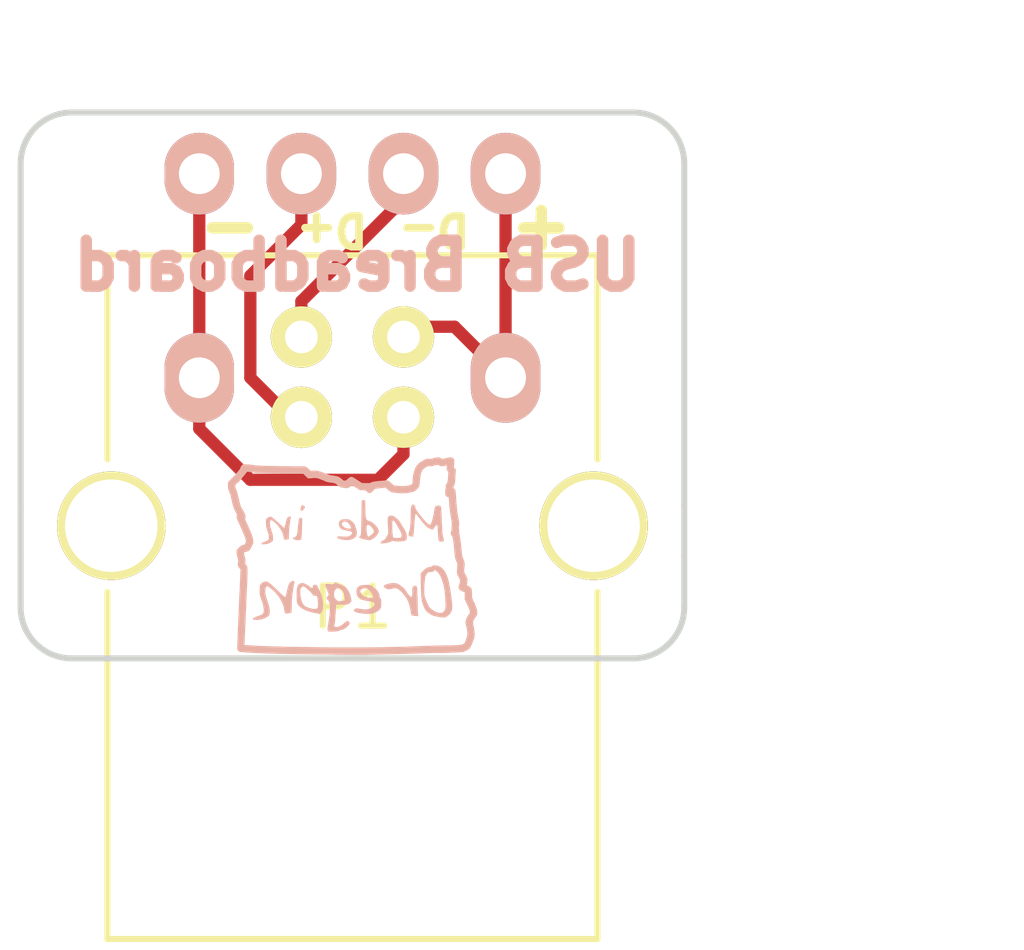
<source format=kicad_pcb>
(kicad_pcb (version 4) (host pcbnew 4.0.4-stable)

  (general
    (links 7)
    (no_connects 1)
    (area 137.719999 112.700999 154.380001 126.440001)
    (thickness 1.6)
    (drawings 17)
    (tracks 18)
    (zones 0)
    (modules 5)
    (nets 6)
  )

  (page A4)
  (layers
    (0 F.Cu signal)
    (31 B.Cu signal)
    (32 B.Adhes user)
    (33 F.Adhes user)
    (34 B.Paste user)
    (35 F.Paste user)
    (36 B.SilkS user)
    (37 F.SilkS user)
    (38 B.Mask user)
    (39 F.Mask user)
    (40 Dwgs.User user)
    (41 Cmts.User user)
    (42 Eco1.User user)
    (43 Eco2.User user)
    (44 Edge.Cuts user)
    (45 Margin user)
    (46 B.CrtYd user)
    (47 F.CrtYd user)
    (48 B.Fab user)
    (49 F.Fab user)
  )

  (setup
    (last_trace_width 0.3048)
    (user_trace_width 0.3048)
    (trace_clearance 0.2)
    (zone_clearance 0.508)
    (zone_45_only no)
    (trace_min 0.2)
    (segment_width 0.2)
    (edge_width 0.15)
    (via_size 0.6)
    (via_drill 0.4)
    (via_min_size 0.4)
    (via_min_drill 0.3)
    (uvia_size 0.3)
    (uvia_drill 0.1)
    (uvias_allowed no)
    (uvia_min_size 0.2)
    (uvia_min_drill 0.1)
    (pcb_text_width 0.3)
    (pcb_text_size 1.5 1.5)
    (mod_edge_width 0.15)
    (mod_text_size 1 1)
    (mod_text_width 0.15)
    (pad_size 2.032 1.7272)
    (pad_drill 1.016)
    (pad_to_mask_clearance 0)
    (aux_axis_origin 0 0)
    (visible_elements 7FFFFFFF)
    (pcbplotparams
      (layerselection 0x00030_80000001)
      (usegerberextensions false)
      (excludeedgelayer true)
      (linewidth 0.100000)
      (plotframeref false)
      (viasonmask false)
      (mode 1)
      (useauxorigin false)
      (hpglpennumber 1)
      (hpglpenspeed 20)
      (hpglpendiameter 15)
      (hpglpenoverlay 2)
      (psnegative false)
      (psa4output false)
      (plotreference true)
      (plotvalue true)
      (plotinvisibletext false)
      (padsonsilk false)
      (subtractmaskfromsilk false)
      (outputformat 1)
      (mirror false)
      (drillshape 1)
      (scaleselection 1)
      (outputdirectory ""))
  )

  (net 0 "")
  (net 1 "Net-(P1-Pad1)")
  (net 2 "Net-(P1-Pad2)")
  (net 3 "Net-(P1-Pad4)")
  (net 4 "Net-(P1-Pad3)")
  (net 5 "Net-(P1-Pad5)")

  (net_class Default "This is the default net class."
    (clearance 0.2)
    (trace_width 0.25)
    (via_dia 0.6)
    (via_drill 0.4)
    (uvia_dia 0.3)
    (uvia_drill 0.1)
    (add_net "Net-(P1-Pad1)")
    (add_net "Net-(P1-Pad2)")
    (add_net "Net-(P1-Pad3)")
    (add_net "Net-(P1-Pad4)")
    (add_net "Net-(P1-Pad5)")
  )

  (module Pin_Headers:Pin_Header_Straight_1x01 (layer B.Cu) (tedit 58E9408D) (tstamp 58E9406E)
    (at 142.24 119.38)
    (descr "Through hole pin header")
    (tags "pin header")
    (path /58E93FF2)
    (fp_text reference P4 (at 0 -1.27) (layer B.SilkS) hide
      (effects (font (size 1 1) (thickness 0.15)) (justify mirror))
    )
    (fp_text value CONN_01X01 (at 0 3.1) (layer B.Fab)
      (effects (font (size 1 1) (thickness 0.15)) (justify mirror))
    )
    (pad 1 thru_hole oval (at 0 0) (size 1.7272 2.2352) (drill 1.016) (layers *.Cu *.Mask B.SilkS)
      (net 3 "Net-(P1-Pad4)"))
    (model Pin_Headers.3dshapes/Pin_Header_Straight_1x01.wrl
      (at (xyz 0 0 0))
      (scale (xyz 1 1 1))
      (rotate (xyz 0 0 90))
    )
  )

  (module Pin_Headers:Pin_Header_Straight_1x01 (layer B.Cu) (tedit 58E9400A) (tstamp 58E93FBC)
    (at 149.86 119.38)
    (descr "Through hole pin header")
    (tags "pin header")
    (path /58E93FA0)
    (fp_text reference P3 (at 0 -1.27) (layer B.SilkS) hide
      (effects (font (size 1 1) (thickness 0.15)) (justify mirror))
    )
    (fp_text value CONN_01X01 (at 0 3.1) (layer B.Fab)
      (effects (font (size 1 1) (thickness 0.15)) (justify mirror))
    )
    (pad 1 thru_hole oval (at 0 0) (size 1.7272 2.2352) (drill 1.016) (layers *.Cu *.Mask B.SilkS)
      (net 1 "Net-(P1-Pad1)"))
    (model Pin_Headers.3dshapes/Pin_Header_Straight_1x01.wrl
      (at (xyz 0 0 0))
      (scale (xyz 1 1 1))
      (rotate (xyz 0 0 90))
    )
  )

  (module Pin_Headers:Pin_Header_Straight_1x04 (layer B.Cu) (tedit 58E9162D) (tstamp 58E90E9D)
    (at 149.86 114.3 90)
    (descr "Through hole pin header")
    (tags "pin header")
    (path /58E91D1C)
    (fp_text reference P2 (at 0 5.1 90) (layer B.SilkS) hide
      (effects (font (size 1 1) (thickness 0.15)) (justify mirror))
    )
    (fp_text value CONN_01X04 (at -0.635 12.065 90) (layer B.Fab)
      (effects (font (size 1 1) (thickness 0.15)) (justify mirror))
    )
    (pad 1 thru_hole oval (at 0 0 90) (size 2.032 1.7272) (drill 1.016) (layers *.Cu *.Mask B.SilkS)
      (net 1 "Net-(P1-Pad1)"))
    (pad 2 thru_hole oval (at 0 -2.54 90) (size 2.032 1.7272) (drill 1.016) (layers *.Cu *.Mask B.SilkS)
      (net 2 "Net-(P1-Pad2)"))
    (pad 3 thru_hole oval (at 0 -5.08 90) (size 2.032 1.7272) (drill 1.016) (layers *.Cu *.Mask B.SilkS)
      (net 4 "Net-(P1-Pad3)"))
    (pad 4 thru_hole oval (at 0 -7.62 90) (size 2.032 1.7272) (drill 1.016) (layers *.Cu *.Mask B.SilkS)
      (net 3 "Net-(P1-Pad4)"))
    (model Pin_Headers.3dshapes/Pin_Header_Straight_1x04.wrl
      (at (xyz 0 -0.15 0))
      (scale (xyz 1 1 1))
      (rotate (xyz 0 0 90))
    )
  )

  (module Connect:USB_B (layer F.Cu) (tedit 58E94228) (tstamp 58E90D8B)
    (at 147.32 118.364 270)
    (descr "USB B connector")
    (tags "USB_B USB_DEV")
    (path /58E91B4D)
    (fp_text reference P1 (at 6.731 1.27 360) (layer F.SilkS)
      (effects (font (size 1 1) (thickness 0.15)))
    )
    (fp_text value USB_B (at 4.699 1.27 360) (layer F.Fab)
      (effects (font (size 1 1) (thickness 0.15)))
    )
    (fp_line (start 15.25 8.9) (end -2.3 8.9) (layer F.CrtYd) (width 0.05))
    (fp_line (start -2.3 8.9) (end -2.3 -6.35) (layer F.CrtYd) (width 0.05))
    (fp_line (start -2.3 -6.35) (end 15.25 -6.35) (layer F.CrtYd) (width 0.05))
    (fp_line (start 15.25 -6.35) (end 15.25 8.9) (layer F.CrtYd) (width 0.05))
    (fp_line (start 6.35 7.366) (end 14.986 7.366) (layer F.SilkS) (width 0.15))
    (fp_line (start -2.032 7.366) (end 3.048 7.366) (layer F.SilkS) (width 0.15))
    (fp_line (start 6.35 -4.826) (end 14.986 -4.826) (layer F.SilkS) (width 0.15))
    (fp_line (start -2.032 -4.826) (end 3.048 -4.826) (layer F.SilkS) (width 0.15))
    (fp_line (start 14.986 -4.826) (end 14.986 7.366) (layer F.SilkS) (width 0.15))
    (fp_line (start -2.032 7.366) (end -2.032 -4.826) (layer F.SilkS) (width 0.15))
    (pad 2 thru_hole circle (at 0 2.54 180) (size 1.524 1.524) (drill 0.8128) (layers *.Cu *.Mask F.SilkS)
      (net 2 "Net-(P1-Pad2)"))
    (pad 1 thru_hole circle (at 0 0 180) (size 1.524 1.524) (drill 0.8128) (layers *.Cu *.Mask F.SilkS)
      (net 1 "Net-(P1-Pad1)"))
    (pad 4 thru_hole circle (at 1.99898 0 180) (size 1.524 1.524) (drill 0.8128) (layers *.Cu *.Mask F.SilkS)
      (net 3 "Net-(P1-Pad4)"))
    (pad 3 thru_hole circle (at 1.99898 2.54 180) (size 1.524 1.524) (drill 0.8128) (layers *.Cu *.Mask F.SilkS)
      (net 4 "Net-(P1-Pad3)"))
    (pad 5 thru_hole circle (at 4.699 7.26948 180) (size 2.70002 2.70002) (drill 2.30124) (layers *.Cu *.Mask F.SilkS)
      (net 5 "Net-(P1-Pad5)"))
    (pad 5 thru_hole circle (at 4.699 -4.72948 180) (size 2.70002 2.70002) (drill 2.30124) (layers *.Cu *.Mask F.SilkS)
      (net 5 "Net-(P1-Pad5)"))
    (model Connect.3dshapes/USB_B.wrl
      (at (xyz 0.185 -0.05 0.001))
      (scale (xyz 0.3937 0.3937 0.3937))
      (rotate (xyz 0 0 -90))
    )
  )

  (module myFootPrints:MadeInOregonRev25 (layer F.Cu) (tedit 0) (tstamp 58E942AB)
    (at 146.05 123.825)
    (fp_text reference VAL (at 0 0) (layer F.SilkS) hide
      (effects (font (size 1.143 1.143) (thickness 0.1778)))
    )
    (fp_text value MadeInOregonRev25 (at 0 0) (layer F.SilkS) hide
      (effects (font (size 1.143 1.143) (thickness 0.1778)))
    )
    (fp_poly (pts (xy -3.09626 -1.76022) (xy -3.09626 -1.72212) (xy -3.09372 -1.69672) (xy -3.09118 -1.67386)
      (xy -3.0861 -1.65608) (xy -3.07594 -1.63576) (xy -3.0734 -1.62814) (xy -3.0607 -1.6002)
      (xy -3.05054 -1.5748) (xy -3.04038 -1.54432) (xy -3.03022 -1.50876) (xy -3.02006 -1.46304)
      (xy -3.00736 -1.4097) (xy -3.00228 -1.39192) (xy -2.98704 -1.31826) (xy -2.96926 -1.2573)
      (xy -2.95402 -1.20396) (xy -2.9337 -1.15824) (xy -2.91338 -1.1176) (xy -2.91338 -1.74752)
      (xy -2.91338 -1.76276) (xy -2.91084 -1.77546) (xy -2.90322 -1.78816) (xy -2.89052 -1.8034)
      (xy -2.86766 -1.82118) (xy -2.8575 -1.83134) (xy -2.82956 -1.8542) (xy -2.80416 -1.8796)
      (xy -2.78638 -1.90246) (xy -2.77876 -1.91008) (xy -2.76606 -1.92786) (xy -2.74574 -1.95326)
      (xy -2.72034 -1.98374) (xy -2.69494 -2.01422) (xy -2.6924 -2.01676) (xy -2.66954 -2.0447)
      (xy -2.64922 -2.0701) (xy -2.63652 -2.08788) (xy -2.6289 -2.09804) (xy -2.6289 -2.10058)
      (xy -2.62382 -2.10566) (xy -2.60604 -2.10566) (xy -2.58064 -2.10566) (xy -2.55016 -2.10058)
      (xy -2.51968 -2.0955) (xy -2.50952 -2.09296) (xy -2.49682 -2.09042) (xy -2.48412 -2.08534)
      (xy -2.46888 -2.08534) (xy -2.4511 -2.0828) (xy -2.4257 -2.08026) (xy -2.39268 -2.07772)
      (xy -2.35458 -2.07772) (xy -2.30632 -2.07518) (xy -2.2479 -2.07518) (xy -2.17678 -2.07264)
      (xy -2.09296 -2.0701) (xy -2.03962 -2.0701) (xy -1.95326 -2.06756) (xy -1.8669 -2.06756)
      (xy -1.78054 -2.06502) (xy -1.69672 -2.06502) (xy -1.61798 -2.06248) (xy -1.54686 -2.06248)
      (xy -1.48336 -2.06248) (xy -1.4351 -2.06248) (xy -1.4224 -2.06248) (xy -1.22936 -2.06248)
      (xy -1.1684 -2.00152) (xy -1.10744 -1.9431) (xy -1.0668 -1.9431) (xy -1.03886 -1.9431)
      (xy -1.0033 -1.94564) (xy -0.97536 -1.95072) (xy -0.94234 -1.95326) (xy -0.91186 -1.95072)
      (xy -0.87884 -1.94564) (xy -0.8382 -1.93548) (xy -0.79248 -1.9177) (xy -0.7366 -1.89484)
      (xy -0.72136 -1.88976) (xy -0.67818 -1.86944) (xy -0.64516 -1.85674) (xy -0.61722 -1.84912)
      (xy -0.59182 -1.84404) (xy -0.56388 -1.83896) (xy -0.5461 -1.83642) (xy -0.50038 -1.83134)
      (xy -0.46482 -1.82626) (xy -0.43688 -1.81864) (xy -0.41656 -1.80848) (xy -0.39624 -1.79578)
      (xy -0.37592 -1.77546) (xy -0.37338 -1.77292) (xy -0.35052 -1.7526) (xy -0.32512 -1.73482)
      (xy -0.30734 -1.72212) (xy -0.30734 -1.72212) (xy -0.28702 -1.71704) (xy -0.25654 -1.71196)
      (xy -0.22098 -1.70434) (xy -0.18288 -1.7018) (xy -0.14986 -1.69672) (xy -0.12446 -1.69672)
      (xy -0.10922 -1.69926) (xy -0.09652 -1.70688) (xy -0.07366 -1.71958) (xy -0.05334 -1.73736)
      (xy -0.03048 -1.75768) (xy -0.01524 -1.7653) (xy -0.00508 -1.76784) (xy 0 -1.7653)
      (xy 0.01016 -1.75768) (xy 0.03048 -1.74498) (xy 0.05842 -1.7272) (xy 0.0889 -1.70688)
      (xy 0.09652 -1.7018) (xy 0.18288 -1.64846) (xy 0.25908 -1.64592) (xy 0.29464 -1.64338)
      (xy 0.3175 -1.64084) (xy 0.3302 -1.6383) (xy 0.34036 -1.63322) (xy 0.34544 -1.6256)
      (xy 0.34798 -1.62052) (xy 0.3683 -1.59766) (xy 0.39624 -1.58242) (xy 0.42672 -1.5748)
      (xy 0.4318 -1.5748) (xy 0.45974 -1.58242) (xy 0.48768 -1.6002) (xy 0.51562 -1.63068)
      (xy 0.52578 -1.64338) (xy 0.53848 -1.65608) (xy 0.5461 -1.66624) (xy 0.55626 -1.67386)
      (xy 0.56896 -1.68148) (xy 0.58928 -1.68402) (xy 0.61468 -1.6891) (xy 0.65278 -1.69418)
      (xy 0.70104 -1.69672) (xy 0.71628 -1.69926) (xy 0.8255 -1.70942) (xy 0.85598 -1.68148)
      (xy 0.89154 -1.64846) (xy 0.9271 -1.62306) (xy 0.95758 -1.60274) (xy 0.96774 -1.59766)
      (xy 0.9906 -1.59258) (xy 1.02362 -1.5875) (xy 1.0668 -1.58242) (xy 1.11252 -1.57734)
      (xy 1.16332 -1.57226) (xy 1.21158 -1.56972) (xy 1.2573 -1.56972) (xy 1.25984 -1.56972)
      (xy 1.3081 -1.56972) (xy 1.35128 -1.5748) (xy 1.39446 -1.57988) (xy 1.44272 -1.59004)
      (xy 1.48844 -1.6002) (xy 1.52146 -1.61036) (xy 1.54686 -1.62306) (xy 1.56972 -1.63576)
      (xy 1.59258 -1.65608) (xy 1.61798 -1.68148) (xy 1.63576 -1.7018) (xy 1.651 -1.72212)
      (xy 1.65862 -1.74498) (xy 1.66624 -1.77292) (xy 1.67386 -1.80848) (xy 1.6764 -1.85166)
      (xy 1.68148 -1.90246) (xy 1.6891 -1.9812) (xy 1.7018 -2.04978) (xy 1.72212 -2.10566)
      (xy 1.74752 -2.15138) (xy 1.75006 -2.15646) (xy 1.77546 -2.18186) (xy 1.81356 -2.2098)
      (xy 1.82626 -2.21742) (xy 1.8542 -2.23012) (xy 1.87706 -2.24028) (xy 1.89484 -2.24282)
      (xy 1.9177 -2.24282) (xy 1.92024 -2.24282) (xy 1.95834 -2.24282) (xy 2.00152 -2.25044)
      (xy 2.032 -2.25806) (xy 2.0701 -2.27076) (xy 2.09804 -2.27584) (xy 2.11582 -2.27838)
      (xy 2.13106 -2.2733) (xy 2.1463 -2.26822) (xy 2.15392 -2.26314) (xy 2.1844 -2.2479)
      (xy 2.22758 -2.24282) (xy 2.27584 -2.2479) (xy 2.29108 -2.25298) (xy 2.31394 -2.25806)
      (xy 2.33426 -2.26314) (xy 2.34188 -2.26314) (xy 2.34188 -2.25806) (xy 2.34442 -2.23774)
      (xy 2.34442 -2.21488) (xy 2.34442 -2.21234) (xy 2.34442 -2.1844) (xy 2.34696 -2.16408)
      (xy 2.35204 -2.1463) (xy 2.36474 -2.12852) (xy 2.3876 -2.0955) (xy 2.37998 -1.97612)
      (xy 2.37744 -1.9304) (xy 2.37236 -1.89738) (xy 2.36982 -1.87198) (xy 2.36474 -1.8542)
      (xy 2.35966 -1.83896) (xy 2.35204 -1.82372) (xy 2.34696 -1.8161) (xy 2.33172 -1.78562)
      (xy 2.3241 -1.75768) (xy 2.3241 -1.73736) (xy 2.32156 -1.70942) (xy 2.31902 -1.68656)
      (xy 2.31648 -1.67894) (xy 2.31394 -1.66116) (xy 2.30886 -1.63576) (xy 2.30886 -1.60274)
      (xy 2.30886 -1.59004) (xy 2.30886 -1.55702) (xy 2.30886 -1.5367) (xy 2.31394 -1.52146)
      (xy 2.32156 -1.5113) (xy 2.33172 -1.4986) (xy 2.33426 -1.49606) (xy 2.35458 -1.48082)
      (xy 2.3749 -1.4732) (xy 2.37744 -1.47066) (xy 2.3876 -1.47066) (xy 2.39268 -1.46558)
      (xy 2.39776 -1.45034) (xy 2.4003 -1.42494) (xy 2.40284 -1.39192) (xy 2.40538 -1.35382)
      (xy 2.40538 -1.33096) (xy 2.40792 -1.28778) (xy 2.413 -1.2319) (xy 2.42062 -1.16078)
      (xy 2.43332 -1.07442) (xy 2.4511 -0.97536) (xy 2.4511 -0.96774) (xy 2.45872 -0.92456)
      (xy 2.4638 -0.88392) (xy 2.46888 -0.85344) (xy 2.47142 -0.83058) (xy 2.47396 -0.82296)
      (xy 2.47396 -0.81026) (xy 2.47142 -0.7874) (xy 2.47142 -0.75692) (xy 2.46888 -0.72644)
      (xy 2.46888 -0.69342) (xy 2.46634 -0.66294) (xy 2.4638 -0.64262) (xy 2.46126 -0.635)
      (xy 2.4511 -0.6096) (xy 2.44856 -0.57912) (xy 2.4511 -0.54864) (xy 2.46126 -0.52324)
      (xy 2.4765 -0.51054) (xy 2.48412 -0.49784) (xy 2.49174 -0.47244) (xy 2.5019 -0.4318)
      (xy 2.50952 -0.37592) (xy 2.51968 -0.30734) (xy 2.5273 -0.2286) (xy 2.53238 -0.16764)
      (xy 2.53746 -0.1143) (xy 2.54254 -0.0635) (xy 2.54762 -0.02032) (xy 2.5527 0.01524)
      (xy 2.55524 0.04064) (xy 2.55778 0.05334) (xy 2.56794 0.07366) (xy 2.5781 0.1016)
      (xy 2.58826 0.127) (xy 2.59588 0.14732) (xy 2.6035 0.16256) (xy 2.60604 0.18034)
      (xy 2.60858 0.20066) (xy 2.60858 0.22606) (xy 2.60604 0.25908) (xy 2.6035 0.3048)
      (xy 2.6035 0.32512) (xy 2.60096 0.37084) (xy 2.60096 0.4064) (xy 2.60604 0.43434)
      (xy 2.61366 0.45974) (xy 2.62636 0.48768) (xy 2.64668 0.5207) (xy 2.66446 0.5588)
      (xy 2.67462 0.58674) (xy 2.6797 0.61468) (xy 2.67462 0.64262) (xy 2.66446 0.68072)
      (xy 2.65938 0.69088) (xy 2.64668 0.72898) (xy 2.63906 0.75946) (xy 2.63906 0.77978)
      (xy 2.6416 0.79756) (xy 2.64922 0.8128) (xy 2.64922 0.81534) (xy 2.66446 0.83058)
      (xy 2.68986 0.84836) (xy 2.72034 0.86614) (xy 2.75336 0.87884) (xy 2.77368 0.88646)
      (xy 2.794 0.89154) (xy 2.794 0.98044) (xy 2.794 1.07188) (xy 2.82448 1.13538)
      (xy 2.8575 1.20396) (xy 2.8829 1.26238) (xy 2.90322 1.31064) (xy 2.91592 1.3462)
      (xy 2.921 1.36652) (xy 2.92354 1.3843) (xy 2.92354 1.39954) (xy 2.91592 1.41478)
      (xy 2.90068 1.4351) (xy 2.90068 1.43764) (xy 2.87274 1.47828) (xy 2.84988 1.51638)
      (xy 2.8321 1.5621) (xy 2.82448 1.59004) (xy 2.80924 1.64338) (xy 2.8321 1.74244)
      (xy 2.84734 1.80848) (xy 2.85496 1.86182) (xy 2.86004 1.90754) (xy 2.86004 1.94818)
      (xy 2.85242 1.98628) (xy 2.84226 2.02438) (xy 2.84226 2.02438) (xy 2.82702 2.06756)
      (xy 2.81432 2.10566) (xy 2.79908 2.13868) (xy 2.78892 2.16154) (xy 2.77876 2.1717)
      (xy 2.77876 2.17424) (xy 2.7686 2.17678) (xy 2.74828 2.1844) (xy 2.74066 2.18948)
      (xy 2.7178 2.1971) (xy 2.68224 2.20472) (xy 2.63398 2.2098) (xy 2.57302 2.21234)
      (xy 2.49682 2.21488) (xy 2.40792 2.21742) (xy 2.30632 2.21742) (xy 2.29616 2.21742)
      (xy 2.24028 2.21996) (xy 2.17424 2.21996) (xy 2.10058 2.2225) (xy 2.02184 2.2225)
      (xy 1.9431 2.22504) (xy 1.86944 2.23012) (xy 1.84912 2.23012) (xy 1.6129 2.23774)
      (xy 1.38684 2.2479) (xy 1.16332 2.25298) (xy 0.9398 2.25806) (xy 0.71882 2.26314)
      (xy 0.4953 2.26568) (xy 0.26924 2.26822) (xy 0.03556 2.26822) (xy -0.2032 2.26822)
      (xy -0.45466 2.26822) (xy -0.71628 2.26568) (xy -0.84836 2.26314) (xy -1.03378 2.2606)
      (xy -1.20396 2.25806) (xy -1.36144 2.25552) (xy -1.50622 2.25298) (xy -1.64084 2.25044)
      (xy -1.7653 2.2479) (xy -1.88214 2.24536) (xy -1.98882 2.24282) (xy -2.08788 2.23774)
      (xy -2.17932 2.2352) (xy -2.26822 2.23266) (xy -2.35204 2.22758) (xy -2.39776 2.22504)
      (xy -2.46126 2.2225) (xy -2.51968 2.21742) (xy -2.57302 2.21488) (xy -2.61874 2.21234)
      (xy -2.65176 2.2098) (xy -2.67462 2.2098) (xy -2.68732 2.2098) (xy -2.68732 2.2098)
      (xy -2.68732 2.20218) (xy -2.68478 2.17932) (xy -2.68478 2.1463) (xy -2.68224 2.09804)
      (xy -2.6797 2.03962) (xy -2.67716 1.97104) (xy -2.67208 1.8923) (xy -2.66954 1.80594)
      (xy -2.66446 1.70942) (xy -2.65938 1.60782) (xy -2.65684 1.50114) (xy -2.65176 1.38684)
      (xy -2.64414 1.27) (xy -2.64414 1.25476) (xy -2.63906 1.11506) (xy -2.63398 0.98806)
      (xy -2.6289 0.87376) (xy -2.62382 0.77216) (xy -2.61874 0.68326) (xy -2.6162 0.60452)
      (xy -2.61366 0.53848) (xy -2.61112 0.47752) (xy -2.61112 0.42926) (xy -2.61112 0.38608)
      (xy -2.61112 0.35306) (xy -2.61112 0.32258) (xy -2.61112 0.29972) (xy -2.61366 0.28194)
      (xy -2.6162 0.2667) (xy -2.61874 0.25654) (xy -2.62128 0.24638) (xy -2.62636 0.23876)
      (xy -2.63144 0.23368) (xy -2.63652 0.22606) (xy -2.6416 0.21844) (xy -2.6543 0.2032)
      (xy -2.66192 0.18796) (xy -2.66446 0.17272) (xy -2.66192 0.14732) (xy -2.66192 0.13716)
      (xy -2.66192 0.1016) (xy -2.66446 0.06858) (xy -2.67462 0.02794) (xy -2.67462 0.0254)
      (xy -2.68732 -0.01778) (xy -2.69494 -0.04826) (xy -2.69748 -0.07112) (xy -2.69748 -0.08382)
      (xy -2.69494 -0.09398) (xy -2.68732 -0.09906) (xy -2.68732 -0.1016) (xy -2.66954 -0.10668)
      (xy -2.64668 -0.1143) (xy -2.63652 -0.1143) (xy -2.60858 -0.12192) (xy -2.58572 -0.13208)
      (xy -2.5654 -0.14732) (xy -2.54762 -0.17018) (xy -2.52476 -0.20574) (xy -2.50698 -0.2413)
      (xy -2.4638 -0.3302) (xy -2.47142 -0.40894) (xy -2.4765 -0.43942) (xy -2.48158 -0.46736)
      (xy -2.4892 -0.49276) (xy -2.49682 -0.5207) (xy -2.50952 -0.55626) (xy -2.52984 -0.59944)
      (xy -2.53492 -0.61214) (xy -2.55524 -0.66294) (xy -2.5781 -0.71374) (xy -2.60096 -0.76708)
      (xy -2.62128 -0.8128) (xy -2.63144 -0.83058) (xy -2.64668 -0.86868) (xy -2.65938 -0.89662)
      (xy -2.667 -0.91694) (xy -2.66954 -0.92964) (xy -2.667 -0.9398) (xy -2.667 -0.94996)
      (xy -2.65938 -0.97536) (xy -2.65938 -1.00584) (xy -2.66954 -1.03886) (xy -2.68732 -1.0795)
      (xy -2.71272 -1.12776) (xy -2.71526 -1.1303) (xy -2.73812 -1.17094) (xy -2.75844 -1.2065)
      (xy -2.77368 -1.23698) (xy -2.78384 -1.26746) (xy -2.79654 -1.30048) (xy -2.8067 -1.34112)
      (xy -2.81686 -1.38684) (xy -2.82702 -1.43256) (xy -2.84226 -1.49606) (xy -2.85496 -1.54686)
      (xy -2.86512 -1.5875) (xy -2.87528 -1.62052) (xy -2.88544 -1.64846) (xy -2.89306 -1.67132)
      (xy -2.90068 -1.68148) (xy -2.9083 -1.70942) (xy -2.91338 -1.7399) (xy -2.91338 -1.74752)
      (xy -2.91338 -1.1176) (xy -2.91084 -1.11506) (xy -2.90576 -1.09982) (xy -2.88798 -1.07188)
      (xy -2.87782 -1.04902) (xy -2.87274 -1.03632) (xy -2.87274 -1.02616) (xy -2.87782 -1.016)
      (xy -2.88036 -0.99822) (xy -2.8829 -0.98044) (xy -2.87782 -0.95758) (xy -2.8702 -0.92964)
      (xy -2.85496 -0.89408) (xy -2.83464 -0.84582) (xy -2.8194 -0.81534) (xy -2.78384 -0.73406)
      (xy -2.74828 -0.65786) (xy -2.72034 -0.58928) (xy -2.69494 -0.52832) (xy -2.67462 -0.47752)
      (xy -2.66192 -0.43688) (xy -2.6543 -0.40894) (xy -2.6543 -0.4064) (xy -2.64922 -0.37846)
      (xy -2.65176 -0.36068) (xy -2.65684 -0.34036) (xy -2.66446 -0.32766) (xy -2.67462 -0.30734)
      (xy -2.68732 -0.29464) (xy -2.70256 -0.28702) (xy -2.72542 -0.28194) (xy -2.73812 -0.2794)
      (xy -2.75336 -0.27686) (xy -2.77114 -0.2667) (xy -2.78892 -0.25146) (xy -2.81686 -0.22606)
      (xy -2.82448 -0.2159) (xy -2.84988 -0.1905) (xy -2.86766 -0.17272) (xy -2.87782 -0.16002)
      (xy -2.8829 -0.14732) (xy -2.8829 -0.13208) (xy -2.8829 -0.12192) (xy -2.88036 -0.06858)
      (xy -2.86766 -0.00762) (xy -2.85242 0.05588) (xy -2.8448 0.08382) (xy -2.84226 0.10668)
      (xy -2.84226 0.12954) (xy -2.8448 0.16002) (xy -2.84734 0.1651) (xy -2.84988 0.19812)
      (xy -2.84988 0.22606) (xy -2.84226 0.24892) (xy -2.82448 0.27686) (xy -2.8067 0.29972)
      (xy -2.78384 0.32766) (xy -2.82702 1.3081) (xy -2.8321 1.42748) (xy -2.83718 1.54432)
      (xy -2.84226 1.65608) (xy -2.84734 1.76276) (xy -2.84988 1.86182) (xy -2.85496 1.95326)
      (xy -2.8575 2.03708) (xy -2.86004 2.11074) (xy -2.86258 2.17424) (xy -2.86512 2.22758)
      (xy -2.86512 2.26822) (xy -2.86512 2.29616) (xy -2.86512 2.3114) (xy -2.86512 2.3114)
      (xy -2.85496 2.3368) (xy -2.83464 2.35966) (xy -2.81178 2.3749) (xy -2.8067 2.37744)
      (xy -2.794 2.37998) (xy -2.76606 2.38252) (xy -2.72796 2.38506) (xy -2.6797 2.39014)
      (xy -2.62128 2.39268) (xy -2.55778 2.39776) (xy -2.48412 2.4003) (xy -2.40792 2.40538)
      (xy -2.32664 2.40792) (xy -2.24536 2.413) (xy -2.16154 2.41554) (xy -2.08026 2.41808)
      (xy -1.99898 2.42062) (xy -1.92278 2.42316) (xy -1.85166 2.4257) (xy -1.80848 2.42824)
      (xy -1.74752 2.42824) (xy -1.67386 2.43078) (xy -1.59004 2.43078) (xy -1.4986 2.43332)
      (xy -1.397 2.43586) (xy -1.29032 2.43586) (xy -1.1811 2.4384) (xy -1.0668 2.4384)
      (xy -0.95504 2.44094) (xy -0.84582 2.44348) (xy -0.80264 2.44348) (xy -0.70104 2.44348)
      (xy -0.59944 2.44602) (xy -0.50038 2.44602) (xy -0.40386 2.44856) (xy -0.31496 2.44856)
      (xy -0.23114 2.44856) (xy -0.15748 2.4511) (xy -0.09398 2.4511) (xy -0.04064 2.4511)
      (xy 0 2.4511) (xy 0.02286 2.4511) (xy 0.05842 2.4511) (xy 0.10922 2.4511)
      (xy 0.17018 2.4511) (xy 0.2413 2.4511) (xy 0.3175 2.4511) (xy 0.39878 2.44856)
      (xy 0.4826 2.44856) (xy 0.56642 2.44602) (xy 0.60198 2.44602) (xy 0.75692 2.44348)
      (xy 0.90678 2.4384) (xy 1.0541 2.43586) (xy 1.1938 2.43078) (xy 1.32588 2.42824)
      (xy 1.45034 2.42316) (xy 1.56464 2.42062) (xy 1.66624 2.41808) (xy 1.7526 2.413)
      (xy 1.77038 2.413) (xy 1.82626 2.41046) (xy 1.8923 2.40792) (xy 1.96342 2.40792)
      (xy 2.03454 2.40538) (xy 2.10312 2.40538) (xy 2.12852 2.40538) (xy 2.19456 2.40538)
      (xy 2.26822 2.40284) (xy 2.3495 2.40284) (xy 2.42824 2.39776) (xy 2.50444 2.39522)
      (xy 2.54254 2.39522) (xy 2.75844 2.38252) (xy 2.82956 2.3495) (xy 2.86258 2.33172)
      (xy 2.88798 2.31902) (xy 2.90576 2.30632) (xy 2.91084 2.30124) (xy 2.92608 2.28092)
      (xy 2.94132 2.25044) (xy 2.96164 2.2098) (xy 2.97942 2.16662) (xy 2.9972 2.12344)
      (xy 3.01244 2.08534) (xy 3.02514 2.0447) (xy 3.03276 2.01168) (xy 3.03784 1.98628)
      (xy 3.04038 1.9558) (xy 3.04038 1.93548) (xy 3.0353 1.86182) (xy 3.0226 1.778)
      (xy 3.00736 1.70434) (xy 2.99974 1.66878) (xy 2.99974 1.64084) (xy 3.00736 1.61036)
      (xy 3.0226 1.57734) (xy 3.04546 1.53924) (xy 3.0607 1.52146) (xy 3.08356 1.4859)
      (xy 3.0988 1.4605) (xy 3.10642 1.4351) (xy 3.10896 1.4097) (xy 3.10642 1.37668)
      (xy 3.0988 1.33858) (xy 3.09118 1.3081) (xy 3.07848 1.26746) (xy 3.0607 1.22174)
      (xy 3.04038 1.1684) (xy 3.01498 1.1176) (xy 2.99466 1.07442) (xy 2.98704 1.05664)
      (xy 2.97942 1.0414) (xy 2.97688 1.02362) (xy 2.97434 1.0033) (xy 2.97434 0.97282)
      (xy 2.97434 0.93218) (xy 2.97434 0.9271) (xy 2.9718 0.87884) (xy 2.96926 0.8382)
      (xy 2.96418 0.81026) (xy 2.95148 0.7874) (xy 2.9337 0.76708) (xy 2.90576 0.7493)
      (xy 2.86766 0.72898) (xy 2.84734 0.71882) (xy 2.84734 0.7112) (xy 2.84988 0.69342)
      (xy 2.85496 0.66802) (xy 2.8575 0.6604) (xy 2.86258 0.61468) (xy 2.86258 0.5842)
      (xy 2.86258 0.57658) (xy 2.84988 0.5334) (xy 2.82956 0.48768) (xy 2.8067 0.44196)
      (xy 2.79908 0.42926) (xy 2.79146 0.41656) (xy 2.78638 0.40386) (xy 2.7813 0.38862)
      (xy 2.7813 0.37084) (xy 2.7813 0.34798) (xy 2.7813 0.3175) (xy 2.78638 0.27432)
      (xy 2.79146 0.22098) (xy 2.79146 0.21844) (xy 2.79146 0.19304) (xy 2.79146 0.16764)
      (xy 2.78384 0.1397) (xy 2.77622 0.11176) (xy 2.76352 0.07874) (xy 2.75336 0.04826)
      (xy 2.7432 0.0254) (xy 2.74066 0.02032) (xy 2.73558 0.00762) (xy 2.7305 -0.0127)
      (xy 2.72796 -0.04064) (xy 2.72288 -0.07874) (xy 2.7178 -0.12954) (xy 2.71272 -0.1905)
      (xy 2.7051 -0.25908) (xy 2.69748 -0.32512) (xy 2.68986 -0.38862) (xy 2.6797 -0.44958)
      (xy 2.67208 -0.50292) (xy 2.66446 -0.5461) (xy 2.6543 -0.57658) (xy 2.65176 -0.58674)
      (xy 2.65176 -0.60452) (xy 2.6543 -0.6223) (xy 2.65684 -0.6477) (xy 2.65176 -0.68326)
      (xy 2.65176 -0.68326) (xy 2.64668 -0.71628) (xy 2.64922 -0.75184) (xy 2.65176 -0.76962)
      (xy 2.6543 -0.79248) (xy 2.65684 -0.8128) (xy 2.6543 -0.83566) (xy 2.65176 -0.8636)
      (xy 2.64414 -0.90424) (xy 2.6416 -0.91948) (xy 2.62382 -1.01346) (xy 2.61112 -1.09982)
      (xy 2.60096 -1.1811) (xy 2.59334 -1.26238) (xy 2.58572 -1.35128) (xy 2.58064 -1.42748)
      (xy 2.5781 -1.49352) (xy 2.57302 -1.54432) (xy 2.57048 -1.58496) (xy 2.5654 -1.61544)
      (xy 2.56286 -1.6383) (xy 2.55524 -1.65608) (xy 2.54762 -1.66878) (xy 2.53746 -1.6764)
      (xy 2.52984 -1.68402) (xy 2.51714 -1.69418) (xy 2.51206 -1.70688) (xy 2.5146 -1.72466)
      (xy 2.52222 -1.75006) (xy 2.53238 -1.77546) (xy 2.53238 -1.77546) (xy 2.54 -1.78816)
      (xy 2.54254 -1.79832) (xy 2.54762 -1.81102) (xy 2.55016 -1.8288) (xy 2.5527 -1.85166)
      (xy 2.55524 -1.88214) (xy 2.55778 -1.92532) (xy 2.56286 -1.97866) (xy 2.56286 -2.0066)
      (xy 2.57302 -2.159) (xy 2.54762 -2.18948) (xy 2.52222 -2.21996) (xy 2.52984 -2.29616)
      (xy 2.53238 -2.34442) (xy 2.53238 -2.37998) (xy 2.52984 -2.40538) (xy 2.51968 -2.4257)
      (xy 2.50698 -2.44094) (xy 2.50444 -2.44348) (xy 2.4892 -2.45618) (xy 2.47142 -2.46126)
      (xy 2.44856 -2.4638) (xy 2.42062 -2.4638) (xy 2.38252 -2.45618) (xy 2.33172 -2.44602)
      (xy 2.32664 -2.44348) (xy 2.2352 -2.42316) (xy 2.19964 -2.44348) (xy 2.17424 -2.45618)
      (xy 2.15138 -2.4638) (xy 2.12344 -2.4638) (xy 2.09296 -2.45872) (xy 2.04978 -2.4511)
      (xy 2.0193 -2.44348) (xy 1.98374 -2.43332) (xy 1.9558 -2.4257) (xy 1.93802 -2.42316)
      (xy 1.92024 -2.4257) (xy 1.90754 -2.42824) (xy 1.88722 -2.43078) (xy 1.86944 -2.43078)
      (xy 1.84912 -2.42824) (xy 1.82372 -2.41808) (xy 1.79324 -2.40284) (xy 1.76022 -2.38506)
      (xy 1.71958 -2.3622) (xy 1.6891 -2.34442) (xy 1.66624 -2.32664) (xy 1.64846 -2.3114)
      (xy 1.63068 -2.29362) (xy 1.6129 -2.27076) (xy 1.59258 -2.2479) (xy 1.57734 -2.22504)
      (xy 1.56718 -2.20472) (xy 1.55702 -2.17932) (xy 1.54432 -2.1463) (xy 1.53162 -2.10312)
      (xy 1.52908 -2.09296) (xy 1.51638 -2.0447) (xy 1.50876 -2.00406) (xy 1.50368 -1.96596)
      (xy 1.4986 -1.92278) (xy 1.4986 -1.90754) (xy 1.49606 -1.86182) (xy 1.49352 -1.8288)
      (xy 1.4859 -1.80594) (xy 1.4732 -1.7907) (xy 1.45288 -1.778) (xy 1.4224 -1.77038)
      (xy 1.39446 -1.76276) (xy 1.3335 -1.7526) (xy 1.26238 -1.74752) (xy 1.18364 -1.75006)
      (xy 1.10998 -1.75768) (xy 1.03124 -1.7653) (xy 0.9652 -1.82372) (xy 0.9398 -1.84912)
      (xy 0.9144 -1.8669) (xy 0.89408 -1.88214) (xy 0.88392 -1.88722) (xy 0.86868 -1.88722)
      (xy 0.84328 -1.88722) (xy 0.80518 -1.88722) (xy 0.762 -1.88214) (xy 0.7112 -1.8796)
      (xy 0.6604 -1.87452) (xy 0.6096 -1.86944) (xy 0.56642 -1.86436) (xy 0.52324 -1.85674)
      (xy 0.49276 -1.85166) (xy 0.47244 -1.8415) (xy 0.45974 -1.83642) (xy 0.44958 -1.8288)
      (xy 0.43942 -1.82372) (xy 0.42418 -1.82118) (xy 0.40386 -1.82118) (xy 0.37592 -1.82118)
      (xy 0.33782 -1.82118) (xy 0.23622 -1.82372) (xy 0.13208 -1.8923) (xy 0.09398 -1.9177)
      (xy 0.06096 -1.93802) (xy 0.03302 -1.9558) (xy 0.0127 -1.96596) (xy 0.00508 -1.97104)
      (xy -0.02286 -1.97866) (xy -0.04826 -1.97358) (xy -0.07874 -1.95834) (xy -0.1143 -1.92786)
      (xy -0.11684 -1.92532) (xy -0.1397 -1.905) (xy -0.15748 -1.8923) (xy -0.17272 -1.88468)
      (xy -0.18796 -1.88214) (xy -0.19304 -1.88214) (xy -0.21082 -1.88468) (xy -0.22352 -1.88722)
      (xy -0.2413 -1.89992) (xy -0.26162 -1.9177) (xy -0.27178 -1.92786) (xy -0.30226 -1.95326)
      (xy -0.33528 -1.97358) (xy -0.37338 -1.98882) (xy -0.41656 -1.99898) (xy -0.47244 -2.00914)
      (xy -0.50038 -2.01168) (xy -0.53848 -2.01676) (xy -0.56896 -2.02438) (xy -0.59944 -2.03454)
      (xy -0.635 -2.04724) (xy -0.66548 -2.05994) (xy -0.70866 -2.07772) (xy -0.75692 -2.0955)
      (xy -0.80264 -2.11074) (xy -0.83058 -2.11836) (xy -0.86868 -2.12598) (xy -0.89662 -2.1336)
      (xy -0.91948 -2.1336) (xy -0.94234 -2.1336) (xy -0.97282 -2.13106) (xy -1.03378 -2.12344)
      (xy -1.0922 -2.17678) (xy -1.12776 -2.2098) (xy -1.1557 -2.23012) (xy -1.17348 -2.2352)
      (xy -1.18618 -2.23774) (xy -1.21412 -2.23774) (xy -1.24968 -2.24028) (xy -1.2954 -2.24028)
      (xy -1.3462 -2.24028) (xy -1.40208 -2.24028) (xy -1.40462 -2.24028) (xy -1.48844 -2.24028)
      (xy -1.57734 -2.24282) (xy -1.66878 -2.24282) (xy -1.76022 -2.24282) (xy -1.85166 -2.24536)
      (xy -1.94056 -2.2479) (xy -2.02438 -2.2479) (xy -2.10566 -2.25044) (xy -2.18186 -2.25298)
      (xy -2.25044 -2.25552) (xy -2.30886 -2.25806) (xy -2.35966 -2.2606) (xy -2.39776 -2.26314)
      (xy -2.42316 -2.26568) (xy -2.43586 -2.26822) (xy -2.45364 -2.27076) (xy -2.48666 -2.27584)
      (xy -2.52476 -2.28092) (xy -2.5654 -2.28346) (xy -2.58572 -2.286) (xy -2.63144 -2.28854)
      (xy -2.66446 -2.29108) (xy -2.68732 -2.29108) (xy -2.7051 -2.29108) (xy -2.7178 -2.28854)
      (xy -2.72796 -2.28346) (xy -2.7305 -2.28092) (xy -2.7559 -2.2606) (xy -2.77876 -2.22758)
      (xy -2.78892 -2.19202) (xy -2.79654 -2.17678) (xy -2.81178 -2.15392) (xy -2.8321 -2.13106)
      (xy -2.83718 -2.12344) (xy -2.86258 -2.09296) (xy -2.88544 -2.06502) (xy -2.90576 -2.04216)
      (xy -2.9083 -2.03708) (xy -2.92354 -2.0193) (xy -2.94894 -1.9939) (xy -2.97688 -1.96596)
      (xy -3.00482 -1.93802) (xy -3.03276 -1.91262) (xy -3.05816 -1.88976) (xy -3.07594 -1.87198)
      (xy -3.0861 -1.85928) (xy -3.0861 -1.85928) (xy -3.09118 -1.8415) (xy -3.09626 -1.81102)
      (xy -3.09626 -1.77038) (xy -3.09626 -1.76022) (xy -3.09626 -1.76022)) (layer B.SilkS) (width 0.00254))
    (fp_poly (pts (xy -0.67056 0.70358) (xy -0.67056 0.72136) (xy -0.66802 0.72644) (xy -0.66548 0.74676)
      (xy -0.65532 0.7747) (xy -0.64262 0.80772) (xy -0.63246 0.83312) (xy -0.61468 0.8763)
      (xy -0.60198 0.90932) (xy -0.59436 0.93218) (xy -0.59182 0.94996) (xy -0.5969 0.9652)
      (xy -0.60198 0.9779) (xy -0.61722 0.99568) (xy -0.63246 1.01092) (xy -0.64516 1.02362)
      (xy -0.6477 1.03632) (xy -0.64262 1.05156) (xy -0.62484 1.07188) (xy -0.6223 1.07696)
      (xy -0.59944 1.10236) (xy -0.5842 1.12522) (xy -0.57404 1.14554) (xy -0.56896 1.17348)
      (xy -0.56388 1.2065) (xy -0.56134 1.24968) (xy -0.56134 1.26238) (xy -0.56134 1.31572)
      (xy -0.56134 1.36652) (xy -0.56642 1.41986) (xy -0.5715 1.47828) (xy -0.58166 1.54686)
      (xy -0.59182 1.62306) (xy -0.59944 1.66116) (xy -0.60706 1.71704) (xy -0.61468 1.76022)
      (xy -0.61722 1.79324) (xy -0.61976 1.8161) (xy -0.61722 1.83388) (xy -0.61468 1.84658)
      (xy -0.6096 1.85674) (xy -0.6096 1.85928) (xy -0.60198 1.8669) (xy -0.59436 1.86944)
      (xy -0.58166 1.87198) (xy -0.56134 1.87452) (xy -0.53086 1.87452) (xy -0.51308 1.87452)
      (xy -0.47752 1.87452) (xy -0.45974 1.87198) (xy -0.45974 0.94234) (xy -0.45212 0.89662)
      (xy -0.43688 0.85344) (xy -0.41402 0.81788) (xy -0.40894 0.81026) (xy -0.38354 0.79502)
      (xy -0.35306 0.79248) (xy -0.32258 0.8001) (xy -0.2921 0.81788) (xy -0.26162 0.84582)
      (xy -0.23622 0.87884) (xy -0.21844 0.91948) (xy -0.21336 0.92964) (xy -0.20828 0.9525)
      (xy -0.2032 0.98044) (xy -0.19812 1.01092) (xy -0.19304 1.0414) (xy -0.1905 1.06934)
      (xy -0.18796 1.08712) (xy -0.1905 1.09728) (xy -0.20066 1.09982) (xy -0.22098 1.1049)
      (xy -0.24892 1.10998) (xy -0.2794 1.11252) (xy -0.30734 1.11506) (xy -0.3302 1.1176)
      (xy -0.34036 1.1176) (xy -0.36322 1.10998) (xy -0.38862 1.09474) (xy -0.39878 1.08458)
      (xy -0.4191 1.06172) (xy -0.43688 1.03886) (xy -0.44196 1.02616) (xy -0.4572 0.98806)
      (xy -0.45974 0.94234) (xy -0.45974 1.87198) (xy -0.4445 1.87198) (xy -0.42164 1.87198)
      (xy -0.41148 1.86944) (xy -0.37338 1.86182) (xy -0.3302 1.85166) (xy -0.28448 1.83642)
      (xy -0.24384 1.82372) (xy -0.21336 1.80848) (xy -0.20828 1.80848) (xy -0.17018 1.78562)
      (xy -0.13462 1.75768) (xy -0.10414 1.7272) (xy -0.08382 1.69926) (xy -0.07112 1.67386)
      (xy -0.07112 1.651) (xy -0.07112 1.651) (xy -0.08382 1.63068) (xy -0.10414 1.6129)
      (xy -0.12446 1.60528) (xy -0.12446 1.60528) (xy -0.1397 1.6129) (xy -0.16256 1.62814)
      (xy -0.19558 1.65608) (xy -0.20066 1.65862) (xy -0.24384 1.69672) (xy -0.28702 1.72466)
      (xy -0.3302 1.74498) (xy -0.37084 1.75768) (xy -0.40386 1.76276) (xy -0.4318 1.75514)
      (xy -0.43942 1.75006) (xy -0.44958 1.74244) (xy -0.45212 1.73482) (xy -0.45212 1.71958)
      (xy -0.44704 1.69672) (xy -0.4445 1.69418) (xy -0.44196 1.67386) (xy -0.43688 1.64338)
      (xy -0.4318 1.60274) (xy -0.42926 1.55194) (xy -0.42418 1.4859) (xy -0.4191 1.4097)
      (xy -0.41402 1.31826) (xy -0.41148 1.29286) (xy -0.4064 1.20142) (xy -0.27178 1.20142)
      (xy -0.21336 1.20142) (xy -0.17018 1.20142) (xy -0.13462 1.19888) (xy -0.10668 1.19126)
      (xy -0.08636 1.18364) (xy -0.06858 1.1684) (xy -0.0508 1.15316) (xy -0.04572 1.14808)
      (xy -0.03048 1.12776) (xy -0.0254 1.11506) (xy -0.0254 1.09474) (xy -0.02794 1.08458)
      (xy -0.04318 0.99822) (xy -0.06858 0.92202) (xy -0.1016 0.85598) (xy -0.14224 0.8001)
      (xy -0.1524 0.78994) (xy -0.18796 0.75692) (xy -0.22352 0.73406) (xy -0.26416 0.71374)
      (xy -0.29718 0.70104) (xy -0.3302 0.68834) (xy -0.36322 0.6731) (xy -0.37846 0.66548)
      (xy -0.4191 0.64262) (xy -0.44704 0.66548) (xy -0.4699 0.68326) (xy -0.49022 0.69596)
      (xy -0.51308 0.6985) (xy -0.54102 0.69596) (xy -0.57404 0.69088) (xy -0.60706 0.68326)
      (xy -0.62992 0.68326) (xy -0.64516 0.68326) (xy -0.65532 0.6858) (xy -0.66802 0.69342)
      (xy -0.67056 0.70358) (xy -0.67056 0.70358)) (layer B.SilkS) (width 0.00254))
    (fp_poly (pts (xy -2.47904 1.55448) (xy -2.47142 1.56464) (xy -2.47142 1.56718) (xy -2.45364 1.5748)
      (xy -2.4257 1.57988) (xy -2.39014 1.58242) (xy -2.3495 1.57988) (xy -2.30886 1.57734)
      (xy -2.29108 1.57226) (xy -2.24536 1.5621) (xy -2.1971 1.54686) (xy -2.15392 1.52654)
      (xy -2.11836 1.50622) (xy -2.0955 1.49098) (xy -2.08026 1.47828) (xy -2.07264 1.46558)
      (xy -2.06756 1.44526) (xy -2.06248 1.41986) (xy -2.05994 1.41224) (xy -2.0574 1.35636)
      (xy -2.06248 1.30048) (xy -2.07518 1.23698) (xy -2.09804 1.16586) (xy -2.10312 1.14808)
      (xy -2.13106 1.0668) (xy -2.15138 0.99568) (xy -2.16408 0.93218) (xy -2.16916 0.87376)
      (xy -2.16916 0.86614) (xy -2.16662 0.81788) (xy -2.159 0.77978) (xy -2.1463 0.75692)
      (xy -2.12598 0.74676) (xy -2.10058 0.75184) (xy -2.0955 0.75184) (xy -2.07772 0.76454)
      (xy -2.04978 0.78486) (xy -2.0193 0.81026) (xy -1.98628 0.8382) (xy -1.95326 0.86868)
      (xy -1.92278 0.89662) (xy -1.91516 0.90678) (xy -1.8415 0.99314) (xy -1.78308 1.08458)
      (xy -1.73736 1.17602) (xy -1.70688 1.27) (xy -1.69672 1.3335) (xy -1.69164 1.36398)
      (xy -1.68402 1.39192) (xy -1.6764 1.4097) (xy -1.6764 1.4097) (xy -1.66878 1.41986)
      (xy -1.66116 1.4224) (xy -1.64592 1.42494) (xy -1.62306 1.4224) (xy -1.59258 1.41732)
      (xy -1.55702 1.41224) (xy -1.51892 1.40462) (xy -1.51384 1.32334) (xy -1.5113 1.28016)
      (xy -1.5113 1.22936) (xy -1.50876 1.1811) (xy -1.50876 1.16078) (xy -1.50876 1.11252)
      (xy -1.50622 1.06426) (xy -1.50114 1.016) (xy -1.49606 0.96266) (xy -1.4859 0.89916)
      (xy -1.47574 0.82804) (xy -1.46812 0.78232) (xy -1.4605 0.7366) (xy -1.45542 0.69596)
      (xy -1.45034 0.6604) (xy -1.4478 0.63754) (xy -1.4478 0.62484) (xy -1.4478 0.6223)
      (xy -1.45796 0.61468) (xy -1.47574 0.61214) (xy -1.50114 0.61722) (xy -1.52654 0.62992)
      (xy -1.54686 0.64516) (xy -1.56464 0.66548) (xy -1.57988 0.69342) (xy -1.59512 0.73152)
      (xy -1.61036 0.77978) (xy -1.62306 0.84328) (xy -1.6256 0.84836) (xy -1.6383 0.9017)
      (xy -1.64592 0.94488) (xy -1.65608 0.97536) (xy -1.66116 0.99568) (xy -1.66624 1.00838)
      (xy -1.67132 1.01346) (xy -1.6764 1.016) (xy -1.6764 1.016) (xy -1.68402 1.01092)
      (xy -1.7018 0.99568) (xy -1.7272 0.97536) (xy -1.75768 0.94742) (xy -1.79324 0.9144)
      (xy -1.83134 0.8763) (xy -1.83388 0.87376) (xy -1.89992 0.81026) (xy -1.9558 0.75946)
      (xy -2.00152 0.71628) (xy -2.04216 0.68326) (xy -2.07772 0.65786) (xy -2.10566 0.64008)
      (xy -2.13106 0.62992) (xy -2.15392 0.62484) (xy -2.17678 0.62738) (xy -2.19964 0.63246)
      (xy -2.2225 0.64516) (xy -2.24282 0.65786) (xy -2.26822 0.67564) (xy -2.286 0.69342)
      (xy -2.29616 0.71882) (xy -2.30378 0.7493) (xy -2.30632 0.78994) (xy -2.30886 0.83566)
      (xy -2.30632 0.90424) (xy -2.30124 0.96266) (xy -2.28854 1.01346) (xy -2.27076 1.0668)
      (xy -2.26314 1.08712) (xy -2.24028 1.14808) (xy -2.2225 1.20904) (xy -2.21234 1.26746)
      (xy -2.20472 1.3208) (xy -2.20726 1.36906) (xy -2.21234 1.39954) (xy -2.21996 1.41732)
      (xy -2.23266 1.43256) (xy -2.25298 1.4478) (xy -2.28092 1.4605) (xy -2.31902 1.47574)
      (xy -2.3622 1.49098) (xy -2.39776 1.50368) (xy -2.42824 1.51638) (xy -2.45364 1.52908)
      (xy -2.4638 1.5367) (xy -2.4765 1.54686) (xy -2.47904 1.55448) (xy -2.47904 1.55448)) (layer B.SilkS) (width 0.00254))
    (fp_poly (pts (xy 1.69672 0.45974) (xy 1.69672 0.49784) (xy 1.69672 0.54356) (xy 1.69926 0.59944)
      (xy 1.7018 0.65786) (xy 1.7018 0.72136) (xy 1.70434 0.78486) (xy 1.70688 0.84836)
      (xy 1.70942 0.90678) (xy 1.71196 0.96012) (xy 1.7145 1.0033) (xy 1.71704 1.03886)
      (xy 1.71958 1.05664) (xy 1.7272 1.11252) (xy 1.74244 1.16332) (xy 1.7526 1.19634)
      (xy 1.76784 1.22936) (xy 1.78054 1.26238) (xy 1.78562 1.27762) (xy 1.78562 0.90424)
      (xy 1.78562 0.86614) (xy 1.78816 0.81788) (xy 1.78816 0.77978) (xy 1.7907 0.70358)
      (xy 1.79578 0.63754) (xy 1.80086 0.5842) (xy 1.80848 0.54102) (xy 1.8161 0.50292)
      (xy 1.8288 0.47244) (xy 1.83642 0.4572) (xy 1.85674 0.42418) (xy 1.8796 0.40386)
      (xy 1.91262 0.39116) (xy 1.95326 0.38862) (xy 1.95326 0.38862) (xy 1.9812 0.38862)
      (xy 1.99898 0.38354) (xy 2.01168 0.37592) (xy 2.01676 0.37084) (xy 2.03708 0.35306)
      (xy 2.05994 0.35052) (xy 2.0828 0.36068) (xy 2.11074 0.38354) (xy 2.11836 0.39116)
      (xy 2.15646 0.43942) (xy 2.19202 0.50038) (xy 2.2225 0.57404) (xy 2.25044 0.65532)
      (xy 2.2733 0.74676) (xy 2.286 0.80772) (xy 2.29362 0.86614) (xy 2.30124 0.92964)
      (xy 2.30632 0.99568) (xy 2.3114 1.06172) (xy 2.31394 1.12522) (xy 2.31648 1.18364)
      (xy 2.31648 1.23698) (xy 2.31394 1.28016) (xy 2.30886 1.31064) (xy 2.30886 1.31572)
      (xy 2.29362 1.34874) (xy 2.26822 1.37922) (xy 2.24028 1.39954) (xy 2.22758 1.40208)
      (xy 2.20726 1.40716) (xy 2.19202 1.4097) (xy 2.17424 1.4097) (xy 2.15138 1.40716)
      (xy 2.14376 1.40462) (xy 2.09296 1.38938) (xy 2.03962 1.36398) (xy 1.98882 1.3335)
      (xy 1.94564 1.29794) (xy 1.91008 1.25984) (xy 1.90246 1.24968) (xy 1.88976 1.22682)
      (xy 1.87452 1.1938) (xy 1.85674 1.15316) (xy 1.83896 1.10998) (xy 1.82118 1.0668)
      (xy 1.80594 1.02616) (xy 1.79578 0.99568) (xy 1.79578 0.99314) (xy 1.79324 0.97536)
      (xy 1.78816 0.95504) (xy 1.78816 0.93218) (xy 1.78562 0.90424) (xy 1.78562 1.27762)
      (xy 1.7907 1.29286) (xy 1.79324 1.29794) (xy 1.81356 1.33096) (xy 1.84404 1.36906)
      (xy 1.88468 1.40462) (xy 1.93294 1.44018) (xy 1.94818 1.4478) (xy 1.9685 1.4605)
      (xy 1.98882 1.47066) (xy 2.00914 1.47828) (xy 2.032 1.4859) (xy 2.06248 1.49098)
      (xy 2.10058 1.4986) (xy 2.15138 1.50876) (xy 2.159 1.50876) (xy 2.20726 1.51638)
      (xy 2.24028 1.52146) (xy 2.26822 1.524) (xy 2.28854 1.52146) (xy 2.30632 1.51892)
      (xy 2.3241 1.5113) (xy 2.32918 1.50876) (xy 2.3622 1.48844) (xy 2.39776 1.4605)
      (xy 2.42824 1.42748) (xy 2.4511 1.39446) (xy 2.45364 1.38938) (xy 2.46634 1.36398)
      (xy 2.47396 1.33604) (xy 2.47904 1.3081) (xy 2.48158 1.27254) (xy 2.48158 1.2319)
      (xy 2.47904 1.18364) (xy 2.47396 1.12522) (xy 2.46634 1.05664) (xy 2.45618 0.97536)
      (xy 2.44856 0.92964) (xy 2.43332 0.81788) (xy 2.413 0.71882) (xy 2.39522 0.62992)
      (xy 2.3749 0.55626) (xy 2.35458 0.49022) (xy 2.32918 0.43434) (xy 2.30378 0.38354)
      (xy 2.27584 0.3429) (xy 2.25044 0.31242) (xy 2.20472 0.27178) (xy 2.15392 0.24384)
      (xy 2.09804 0.2286) (xy 2.0447 0.22352) (xy 2.01676 0.22606) (xy 1.99898 0.23114)
      (xy 1.9812 0.2413) (xy 1.9812 0.24384) (xy 1.9558 0.25908) (xy 1.92024 0.2667)
      (xy 1.91262 0.26924) (xy 1.87706 0.27432) (xy 1.84404 0.28956) (xy 1.81102 0.31242)
      (xy 1.77292 0.34544) (xy 1.75006 0.3683) (xy 1.72466 0.3937) (xy 1.70942 0.41148)
      (xy 1.7018 0.42672) (xy 1.69672 0.43942) (xy 1.69672 0.45466) (xy 1.69672 0.45974)
      (xy 1.69672 0.45974)) (layer B.SilkS) (width 0.00254))
    (fp_poly (pts (xy 0.77978 0.74168) (xy 0.7874 0.75946) (xy 0.8001 0.7747) (xy 0.83566 0.80264)
      (xy 0.87376 0.81788) (xy 0.91948 0.82042) (xy 0.97028 0.81026) (xy 0.98298 0.80772)
      (xy 1.0287 0.79502) (xy 1.07188 0.79248) (xy 1.10998 0.80264) (xy 1.15062 0.8255)
      (xy 1.1938 0.86106) (xy 1.22428 0.889) (xy 1.28778 0.96266) (xy 1.33858 1.03378)
      (xy 1.37922 1.10998) (xy 1.4097 1.18872) (xy 1.43256 1.27762) (xy 1.44526 1.34366)
      (xy 1.45288 1.39446) (xy 1.4605 1.43002) (xy 1.46812 1.45542) (xy 1.47574 1.46812)
      (xy 1.48336 1.4732) (xy 1.49352 1.47574) (xy 1.51638 1.47828) (xy 1.54686 1.48336)
      (xy 1.56464 1.48336) (xy 1.6383 1.48844) (xy 1.63322 1.45034) (xy 1.63068 1.4351)
      (xy 1.63068 1.40462) (xy 1.62814 1.36398) (xy 1.6256 1.31572) (xy 1.6256 1.2573)
      (xy 1.62306 1.19634) (xy 1.62052 1.1303) (xy 1.62052 1.10998) (xy 1.62052 1.04394)
      (xy 1.61798 0.98044) (xy 1.61544 0.92456) (xy 1.6129 0.87376) (xy 1.61036 0.83312)
      (xy 1.61036 0.80264) (xy 1.60782 0.78486) (xy 1.60782 0.78232) (xy 1.59512 0.7493)
      (xy 1.57734 0.73152) (xy 1.55702 0.72644) (xy 1.5367 0.73406) (xy 1.52146 0.74422)
      (xy 1.50114 0.76962) (xy 1.49098 0.79502) (xy 1.48844 0.82296) (xy 1.49098 0.84582)
      (xy 1.49098 0.87122) (xy 1.49098 0.9017) (xy 1.48844 0.93218) (xy 1.4859 0.9652)
      (xy 1.48082 0.9906) (xy 1.47574 1.00838) (xy 1.47066 1.016) (xy 1.45796 1.01092)
      (xy 1.44018 0.99568) (xy 1.41986 0.97536) (xy 1.39446 0.94996) (xy 1.37414 0.92456)
      (xy 1.35382 0.89916) (xy 1.34112 0.88138) (xy 1.34112 0.87884) (xy 1.31826 0.84074)
      (xy 1.28778 0.80264) (xy 1.24714 0.76454) (xy 1.20142 0.72898) (xy 1.1557 0.6985)
      (xy 1.11252 0.67818) (xy 1.1049 0.67564) (xy 1.06426 0.66802) (xy 1.016 0.66548)
      (xy 0.96012 0.67056) (xy 0.9017 0.68072) (xy 0.87884 0.68834) (xy 0.83312 0.70104)
      (xy 0.80264 0.71374) (xy 0.78486 0.72644) (xy 0.77978 0.74168) (xy 0.77978 0.74168)) (layer B.SilkS) (width 0.00254))
    (fp_poly (pts (xy 0.0381 1.34112) (xy 0.0381 1.35636) (xy 0.04572 1.36652) (xy 0.0635 1.37922)
      (xy 0.06604 1.38176) (xy 0.1016 1.39446) (xy 0.14732 1.40716) (xy 0.20066 1.41732)
      (xy 0.25908 1.42494) (xy 0.32004 1.43002) (xy 0.381 1.43256) (xy 0.43688 1.43002)
      (xy 0.4826 1.42494) (xy 0.49784 1.4224) (xy 0.55626 1.40462) (xy 0.6096 1.37922)
      (xy 0.65532 1.34874) (xy 0.68834 1.31572) (xy 0.70358 1.29032) (xy 0.7112 1.26746)
      (xy 0.71374 1.23444) (xy 0.71628 1.20142) (xy 0.71882 1.16332) (xy 0.71628 1.12522)
      (xy 0.71374 1.0922) (xy 0.70866 1.0668) (xy 0.70104 1.04902) (xy 0.69342 1.04648)
      (xy 0.68834 1.03886) (xy 0.68072 1.02362) (xy 0.67564 1.00076) (xy 0.6731 0.98044)
      (xy 0.6731 0.97028) (xy 0.66802 0.94996) (xy 0.65786 0.91948) (xy 0.64008 0.889)
      (xy 0.6223 0.85598) (xy 0.60198 0.83058) (xy 0.59944 0.83058) (xy 0.57658 0.80772)
      (xy 0.5461 0.78232) (xy 0.508 0.75692) (xy 0.47244 0.73406) (xy 0.43942 0.71882)
      (xy 0.42672 0.71374) (xy 0.4064 0.7112) (xy 0.37846 0.7112) (xy 0.3429 0.7112)
      (xy 0.32004 0.71374) (xy 0.2667 0.71628) (xy 0.22606 0.72136) (xy 0.19558 0.72644)
      (xy 0.17272 0.7366) (xy 0.15494 0.74676) (xy 0.14732 0.75438) (xy 0.11938 0.78486)
      (xy 0.10414 0.82042) (xy 0.09906 0.8636) (xy 0.09906 0.88392) (xy 0.10668 0.94488)
      (xy 0.127 0.99314) (xy 0.15748 1.03124) (xy 0.19558 1.06172) (xy 0.19558 0.85598)
      (xy 0.20828 0.83312) (xy 0.23114 0.8128) (xy 0.26162 0.8001) (xy 0.29718 0.79248)
      (xy 0.33782 0.79502) (xy 0.35306 0.8001) (xy 0.38608 0.81534) (xy 0.4191 0.84328)
      (xy 0.45212 0.87884) (xy 0.4826 0.92202) (xy 0.50546 0.96774) (xy 0.508 0.9779)
      (xy 0.51562 1.0033) (xy 0.51816 1.02108) (xy 0.51308 1.03378) (xy 0.50038 1.0414)
      (xy 0.47498 1.0414) (xy 0.43942 1.03632) (xy 0.39116 1.02616) (xy 0.3683 1.02362)
      (xy 0.33528 1.01346) (xy 0.3048 1.0033) (xy 0.28194 0.99568) (xy 0.27432 0.9906)
      (xy 0.254 0.97282) (xy 0.23368 0.94742) (xy 0.21336 0.91948) (xy 0.20066 0.89408)
      (xy 0.19812 0.88392) (xy 0.19558 0.85598) (xy 0.19558 1.06172) (xy 0.19812 1.06172)
      (xy 0.2286 1.07442) (xy 0.24892 1.08204) (xy 0.26924 1.08966) (xy 0.28956 1.09474)
      (xy 0.3175 1.09982) (xy 0.35306 1.10744) (xy 0.39878 1.11506) (xy 0.41656 1.1176)
      (xy 0.4699 1.12776) (xy 0.51054 1.13792) (xy 0.53848 1.15316) (xy 0.55372 1.1684)
      (xy 0.55626 1.18872) (xy 0.54864 1.21158) (xy 0.54864 1.21412) (xy 0.52578 1.2446)
      (xy 0.49022 1.27254) (xy 0.4445 1.29794) (xy 0.39624 1.31318) (xy 0.34036 1.3208)
      (xy 0.27686 1.3208) (xy 0.2032 1.31064) (xy 0.18796 1.3081) (xy 0.14986 1.30048)
      (xy 0.12446 1.2954) (xy 0.10668 1.2954) (xy 0.09398 1.2954) (xy 0.08128 1.29794)
      (xy 0.06858 1.30556) (xy 0.0508 1.31572) (xy 0.04064 1.33096) (xy 0.0381 1.34112)
      (xy 0.0381 1.34112)) (layer B.SilkS) (width 0.00254))
    (fp_poly (pts (xy -1.38938 0.9398) (xy -1.38684 0.9906) (xy -1.38684 1.03886) (xy -1.3843 1.08458)
      (xy -1.38176 1.12522) (xy -1.37668 1.1557) (xy -1.37414 1.1684) (xy -1.36144 1.19634)
      (xy -1.33096 1.2319) (xy -1.31826 1.2446) (xy -1.29794 1.26238) (xy -1.29794 0.9017)
      (xy -1.29794 0.85598) (xy -1.2954 0.82042) (xy -1.29286 0.81788) (xy -1.28016 0.78994)
      (xy -1.26238 0.76708) (xy -1.23952 0.75184) (xy -1.22174 0.74676) (xy -1.2065 0.75184)
      (xy -1.18618 0.762) (xy -1.16078 0.77978) (xy -1.16078 0.77978) (xy -1.13792 0.8001)
      (xy -1.10998 0.82296) (xy -1.08204 0.8509) (xy -1.05156 0.87884) (xy -1.02616 0.90678)
      (xy -1.00584 0.92964) (xy -0.9906 0.94996) (xy -0.98552 0.96012) (xy -0.98298 0.97028)
      (xy -0.96774 0.9779) (xy -0.94234 0.98044) (xy -0.92456 0.98044) (xy -0.88646 0.98298)
      (xy -0.8763 1.016) (xy -0.87122 1.03632) (xy -0.86614 1.06934) (xy -0.86106 1.1049)
      (xy -0.85852 1.12268) (xy -0.85598 1.17348) (xy -0.85598 1.2192) (xy -0.86106 1.25476)
      (xy -0.86868 1.2827) (xy -0.87884 1.29286) (xy -0.9017 1.30556) (xy -0.93218 1.31064)
      (xy -0.97536 1.3081) (xy -1.02616 1.29794) (xy -1.06934 1.28778) (xy -1.12522 1.26746)
      (xy -1.1684 1.24714) (xy -1.20396 1.2192) (xy -1.22936 1.18618) (xy -1.25222 1.14554)
      (xy -1.26492 1.10744) (xy -1.27762 1.05918) (xy -1.28778 1.00584) (xy -1.2954 0.9525)
      (xy -1.29794 0.9017) (xy -1.29794 1.26238) (xy -1.27508 1.2827) (xy -1.22174 1.31572)
      (xy -1.15824 1.3462) (xy -1.08458 1.3716) (xy -0.99822 1.397) (xy -0.9271 1.41224)
      (xy -0.889 1.41986) (xy -0.85598 1.42748) (xy -0.83058 1.43256) (xy -0.81534 1.4351)
      (xy -0.8128 1.4351) (xy -0.80264 1.42748) (xy -0.78994 1.41478) (xy -0.77724 1.39954)
      (xy -0.75692 1.36906) (xy -0.74422 1.3335) (xy -0.7366 1.29286) (xy -0.73152 1.24206)
      (xy -0.73152 1.22174) (xy -0.7366 1.14046) (xy -0.74676 1.06426) (xy -0.76454 0.9906)
      (xy -0.79248 0.9144) (xy -0.8255 0.84074) (xy -0.84074 0.80772) (xy -0.85598 0.77724)
      (xy -0.86614 0.75438) (xy -0.87122 0.74168) (xy -0.88138 0.7239) (xy -0.90424 0.7112)
      (xy -0.92964 0.70612) (xy -0.9525 0.7112) (xy -0.97282 0.72136) (xy -0.97282 0.72136)
      (xy -0.98044 0.7366) (xy -0.98552 0.75692) (xy -0.98552 0.75946) (xy -0.9906 0.77978)
      (xy -1.0033 0.78994) (xy -1.01854 0.78486) (xy -1.04394 0.76962) (xy -1.04648 0.76708)
      (xy -1.1049 0.7239) (xy -1.1557 0.69342) (xy -1.20142 0.6731) (xy -1.24206 0.66548)
      (xy -1.27762 0.66802) (xy -1.31318 0.68326) (xy -1.32334 0.68834) (xy -1.3462 0.70866)
      (xy -1.36144 0.7366) (xy -1.37414 0.77216) (xy -1.38176 0.82042) (xy -1.38684 0.85344)
      (xy -1.38684 0.89408) (xy -1.38938 0.9398) (xy -1.38938 0.9398)) (layer B.SilkS) (width 0.00254))
    (fp_poly (pts (xy -2.27076 -0.31496) (xy -2.26568 -0.30734) (xy -2.2606 -0.30226) (xy -2.24028 -0.29972)
      (xy -2.21234 -0.29972) (xy -2.17678 -0.30226) (xy -2.14122 -0.3048) (xy -2.1209 -0.30988)
      (xy -2.08026 -0.32258) (xy -2.04216 -0.34036) (xy -2.00914 -0.35814) (xy -1.99136 -0.37338)
      (xy -1.98374 -0.38354) (xy -1.97866 -0.39624) (xy -1.97612 -0.41656) (xy -1.97612 -0.44704)
      (xy -1.97612 -0.4572) (xy -1.97866 -0.49784) (xy -1.9812 -0.52832) (xy -1.98882 -0.5588)
      (xy -1.99898 -0.58166) (xy -2.0193 -0.6477) (xy -2.03708 -0.70866) (xy -2.04724 -0.762)
      (xy -2.05486 -0.81026) (xy -2.05232 -0.8509) (xy -2.04724 -0.87884) (xy -2.03454 -0.89662)
      (xy -2.02946 -0.89916) (xy -2.01422 -0.89916) (xy -1.9939 -0.89154) (xy -1.9685 -0.87376)
      (xy -1.93548 -0.84582) (xy -1.90754 -0.82042) (xy -1.83896 -0.7493) (xy -1.78816 -0.67564)
      (xy -1.74752 -0.60452) (xy -1.72212 -0.52832) (xy -1.7145 -0.48768) (xy -1.70688 -0.45212)
      (xy -1.7018 -0.42926) (xy -1.69164 -0.41656) (xy -1.6764 -0.41148) (xy -1.651 -0.41402)
      (xy -1.6256 -0.4191) (xy -1.58496 -0.42672) (xy -1.58242 -0.508) (xy -1.57734 -0.65024)
      (xy -1.55956 -0.80264) (xy -1.5494 -0.86868) (xy -1.54432 -0.90678) (xy -1.53924 -0.94234)
      (xy -1.53416 -0.96774) (xy -1.53162 -0.98298) (xy -1.53162 -0.98552) (xy -1.5367 -0.99314)
      (xy -1.55194 -0.99314) (xy -1.5748 -0.9906) (xy -1.59258 -0.98298) (xy -1.60528 -0.97282)
      (xy -1.61544 -0.96266) (xy -1.6256 -0.94488) (xy -1.63576 -0.91948) (xy -1.64592 -0.88392)
      (xy -1.65862 -0.83566) (xy -1.66116 -0.82042) (xy -1.67132 -0.78232) (xy -1.67894 -0.7493)
      (xy -1.68656 -0.7239) (xy -1.69418 -0.7112) (xy -1.69418 -0.70866) (xy -1.7018 -0.7112)
      (xy -1.71958 -0.7239) (xy -1.75006 -0.7493) (xy -1.78816 -0.78232) (xy -1.8161 -0.81026)
      (xy -1.87198 -0.8636) (xy -1.9177 -0.90424) (xy -1.95326 -0.93726) (xy -1.98374 -0.96012)
      (xy -2.00914 -0.97536) (xy -2.02692 -0.98298) (xy -2.04216 -0.98552) (xy -2.07518 -0.98044)
      (xy -2.1082 -0.96266) (xy -2.1336 -0.9398) (xy -2.14122 -0.92964) (xy -2.1463 -0.91948)
      (xy -2.15138 -0.90678) (xy -2.15138 -0.889) (xy -2.15138 -0.8636) (xy -2.15138 -0.8255)
      (xy -2.14884 -0.81788) (xy -2.14884 -0.77724) (xy -2.1463 -0.74676) (xy -2.14122 -0.72136)
      (xy -2.13614 -0.6985) (xy -2.12598 -0.6731) (xy -2.1209 -0.65278) (xy -2.09804 -0.59436)
      (xy -2.08534 -0.53848) (xy -2.07772 -0.49022) (xy -2.07772 -0.44958) (xy -2.08534 -0.42418)
      (xy -2.10058 -0.40386) (xy -2.13106 -0.38354) (xy -2.17678 -0.3683) (xy -2.21488 -0.3556)
      (xy -2.24536 -0.34036) (xy -2.26314 -0.32766) (xy -2.27076 -0.31496) (xy -2.27076 -0.31496)) (layer B.SilkS) (width 0.00254))
    (fp_poly (pts (xy 0.6985 -0.33528) (xy 0.6985 -0.32766) (xy 0.70866 -0.32258) (xy 0.73152 -0.32258)
      (xy 0.762 -0.32258) (xy 0.8001 -0.32512) (xy 0.84074 -0.33274) (xy 0.8509 -0.33274)
      (xy 0.89408 -0.3429) (xy 0.93726 -0.35814) (xy 0.96266 -0.3683) (xy 0.98806 -0.37846)
      (xy 0.9906 -0.381) (xy 0.9906 -0.77724) (xy 0.9906 -0.81534) (xy 0.9906 -0.84328)
      (xy 0.99314 -0.86106) (xy 0.99568 -0.87376) (xy 0.99822 -0.88138) (xy 1.0033 -0.88646)
      (xy 1.01092 -0.89408) (xy 1.01854 -0.89408) (xy 1.0287 -0.88392) (xy 1.04394 -0.86868)
      (xy 1.06426 -0.84328) (xy 1.08458 -0.8128) (xy 1.10236 -0.78486) (xy 1.1176 -0.75692)
      (xy 1.13792 -0.71882) (xy 1.15824 -0.68326) (xy 1.1684 -0.66548) (xy 1.1938 -0.6223)
      (xy 1.20904 -0.58928) (xy 1.2192 -0.56134) (xy 1.22428 -0.53594) (xy 1.22428 -0.51054)
      (xy 1.22428 -0.508) (xy 1.22174 -0.48768) (xy 1.21412 -0.47498) (xy 1.19888 -0.46482)
      (xy 1.17602 -0.45974) (xy 1.143 -0.4572) (xy 1.1049 -0.45466) (xy 1.0668 -0.4572)
      (xy 1.03886 -0.4572) (xy 1.02362 -0.46228) (xy 1.016 -0.46736) (xy 1.00838 -0.48514)
      (xy 1.0033 -0.51562) (xy 0.99822 -0.56388) (xy 0.99314 -0.62484) (xy 0.9906 -0.70104)
      (xy 0.9906 -0.72644) (xy 0.9906 -0.77724) (xy 0.9906 -0.381) (xy 1.00584 -0.38608)
      (xy 1.01854 -0.38608) (xy 1.0287 -0.38354) (xy 1.05664 -0.37338) (xy 1.08712 -0.37084)
      (xy 1.12776 -0.3683) (xy 1.17602 -0.37084) (xy 1.19888 -0.37338) (xy 1.25222 -0.37846)
      (xy 1.29032 -0.38354) (xy 1.31572 -0.39116) (xy 1.33604 -0.40386) (xy 1.3462 -0.4191)
      (xy 1.35128 -0.43942) (xy 1.35128 -0.4699) (xy 1.35128 -0.48006) (xy 1.35128 -0.51562)
      (xy 1.3462 -0.54864) (xy 1.33604 -0.58166) (xy 1.3208 -0.61722) (xy 1.30048 -0.6604)
      (xy 1.27254 -0.70866) (xy 1.24968 -0.74422) (xy 1.22936 -0.77724) (xy 1.20904 -0.81026)
      (xy 1.19126 -0.84074) (xy 1.18618 -0.84582) (xy 1.16078 -0.88646) (xy 1.12268 -0.92456)
      (xy 1.08204 -0.96012) (xy 1.04394 -0.98806) (xy 1.03124 -0.99568) (xy 0.98806 -1.01092)
      (xy 0.9525 -1.016) (xy 0.91948 -1.00838) (xy 0.89662 -0.98806) (xy 0.88138 -0.96012)
      (xy 0.87884 -0.94742) (xy 0.8763 -0.92964) (xy 0.8763 -0.9017) (xy 0.87884 -0.8636)
      (xy 0.88138 -0.81788) (xy 0.88392 -0.76708) (xy 0.88392 -0.75184) (xy 0.88646 -0.68834)
      (xy 0.889 -0.63754) (xy 0.889 -0.59944) (xy 0.889 -0.56896) (xy 0.88392 -0.5461)
      (xy 0.87884 -0.53086) (xy 0.87122 -0.5207) (xy 0.8636 -0.51054) (xy 0.84836 -0.49276)
      (xy 0.83566 -0.4699) (xy 0.83566 -0.4699) (xy 0.8255 -0.44704) (xy 0.80518 -0.42418)
      (xy 0.77978 -0.40386) (xy 0.75438 -0.39116) (xy 0.74422 -0.38862) (xy 0.73152 -0.381)
      (xy 0.71628 -0.36576) (xy 0.70612 -0.34798) (xy 0.6985 -0.33528) (xy 0.6985 -0.33528)) (layer B.SilkS) (width 0.00254))
    (fp_poly (pts (xy 1.39954 -0.5207) (xy 1.40208 -0.508) (xy 1.40208 -0.50546) (xy 1.41224 -0.50292)
      (xy 1.4351 -0.50038) (xy 1.4605 -0.4953) (xy 1.46304 -0.4953) (xy 1.51384 -0.49022)
      (xy 1.51892 -0.53848) (xy 1.52146 -0.5588) (xy 1.524 -0.59182) (xy 1.52654 -0.635)
      (xy 1.53162 -0.68326) (xy 1.53416 -0.73914) (xy 1.53924 -0.79502) (xy 1.54432 -0.86614)
      (xy 1.5494 -0.92456) (xy 1.55448 -0.97028) (xy 1.55956 -1.00584) (xy 1.5621 -1.03124)
      (xy 1.56718 -1.04648) (xy 1.57226 -1.0541) (xy 1.57734 -1.05664) (xy 1.57988 -1.05664)
      (xy 1.5875 -1.04902) (xy 1.6002 -1.03378) (xy 1.62052 -1.00838) (xy 1.64592 -0.97536)
      (xy 1.67386 -0.9398) (xy 1.67894 -0.93472) (xy 1.7272 -0.87122) (xy 1.77038 -0.81788)
      (xy 1.80594 -0.77724) (xy 1.83896 -0.74422) (xy 1.86436 -0.72136) (xy 1.88976 -0.70612)
      (xy 1.905 -0.6985) (xy 1.92786 -0.68834) (xy 1.94564 -0.68072) (xy 1.95072 -0.67564)
      (xy 1.96596 -0.66802) (xy 1.98628 -0.66548) (xy 2.0066 -0.6731) (xy 2.01422 -0.67818)
      (xy 2.02438 -0.69088) (xy 2.03708 -0.7112) (xy 2.05486 -0.7366) (xy 2.05486 -0.7366)
      (xy 2.07518 -0.76708) (xy 2.09042 -0.78232) (xy 2.09804 -0.78486) (xy 2.10312 -0.78486)
      (xy 2.1082 -0.77978) (xy 2.11074 -0.77216) (xy 2.11328 -0.75946) (xy 2.11582 -0.73914)
      (xy 2.1209 -0.70866) (xy 2.12344 -0.66802) (xy 2.12598 -0.61722) (xy 2.12852 -0.56388)
      (xy 2.1336 -0.49784) (xy 2.13868 -0.44704) (xy 2.14376 -0.40894) (xy 2.14884 -0.38608)
      (xy 2.15392 -0.37592) (xy 2.16662 -0.37084) (xy 2.18948 -0.36576) (xy 2.21488 -0.36576)
      (xy 2.23774 -0.36576) (xy 2.25806 -0.37084) (xy 2.27076 -0.381) (xy 2.27584 -0.39624)
      (xy 2.2733 -0.42164) (xy 2.26568 -0.44958) (xy 2.25806 -0.47752) (xy 2.25044 -0.50546)
      (xy 2.24536 -0.53594) (xy 2.24028 -0.56896) (xy 2.23774 -0.6096) (xy 2.23266 -0.65532)
      (xy 2.23012 -0.70866) (xy 2.22758 -0.7747) (xy 2.2225 -0.8509) (xy 2.21996 -0.9398)
      (xy 2.21996 -0.98298) (xy 2.21488 -1.0541) (xy 2.21234 -1.10998) (xy 2.2098 -1.1557)
      (xy 2.20726 -1.18872) (xy 2.20218 -1.21666) (xy 2.19964 -1.23444) (xy 2.19202 -1.24714)
      (xy 2.1844 -1.25476) (xy 2.1844 -1.25476) (xy 2.16916 -1.26238) (xy 2.14376 -1.26238)
      (xy 2.11836 -1.26238) (xy 2.09296 -1.2573) (xy 2.09042 -1.25476) (xy 2.07264 -1.24714)
      (xy 2.05994 -1.2319) (xy 2.04978 -1.20904) (xy 2.04216 -1.17348) (xy 2.03454 -1.13792)
      (xy 2.0193 -1.04394) (xy 2.00152 -0.96266) (xy 1.98628 -0.89662) (xy 1.9685 -0.84582)
      (xy 1.95072 -0.81026) (xy 1.9431 -0.79756) (xy 1.93294 -0.7874) (xy 1.92024 -0.7874)
      (xy 1.905 -0.79248) (xy 1.88722 -0.80264) (xy 1.85928 -0.8255) (xy 1.8288 -0.85852)
      (xy 1.79324 -0.89408) (xy 1.75514 -0.93726) (xy 1.71704 -0.98044) (xy 1.68148 -1.02616)
      (xy 1.64846 -1.07188) (xy 1.61798 -1.11252) (xy 1.59512 -1.14808) (xy 1.57734 -1.17602)
      (xy 1.57226 -1.1938) (xy 1.55956 -1.23698) (xy 1.54432 -1.27) (xy 1.524 -1.28778)
      (xy 1.50368 -1.29032) (xy 1.49606 -1.29032) (xy 1.48336 -1.28016) (xy 1.4732 -1.26492)
      (xy 1.46558 -1.23952) (xy 1.45796 -1.20396) (xy 1.45288 -1.15824) (xy 1.45034 -1.09982)
      (xy 1.45034 -1.0287) (xy 1.45034 -0.98552) (xy 1.4478 -0.89916) (xy 1.44526 -0.82804)
      (xy 1.44018 -0.76708) (xy 1.4351 -0.71374) (xy 1.42748 -0.67056) (xy 1.41986 -0.64262)
      (xy 1.4097 -0.6096) (xy 1.40208 -0.57404) (xy 1.39954 -0.54356) (xy 1.39954 -0.5207)
      (xy 1.39954 -0.5207)) (layer B.SilkS) (width 0.00254))
    (fp_poly (pts (xy -1.4859 -0.44704) (xy -1.47574 -0.43688) (xy -1.45542 -0.42418) (xy -1.43002 -0.41402)
      (xy -1.40462 -0.40386) (xy -1.38176 -0.40132) (xy -1.35382 -0.40132) (xy -1.3208 -0.40386)
      (xy -1.31318 -0.40386) (xy -1.29032 -0.41148) (xy -1.27508 -0.42164) (xy -1.27 -0.42418)
      (xy -1.27 -0.43434) (xy -1.26746 -0.45974) (xy -1.26492 -0.49276) (xy -1.26238 -0.53594)
      (xy -1.25984 -0.5842) (xy -1.2573 -0.63754) (xy -1.25476 -0.69342) (xy -1.25476 -0.75184)
      (xy -1.25222 -0.80518) (xy -1.25222 -0.85598) (xy -1.25222 -0.88138) (xy -1.25222 -0.9144)
      (xy -1.25222 -0.93472) (xy -1.25476 -0.94742) (xy -1.25984 -0.9525) (xy -1.26746 -0.95504)
      (xy -1.27 -0.95504) (xy -1.29794 -0.95504) (xy -1.3208 -0.94234) (xy -1.33096 -0.9271)
      (xy -1.3335 -0.9144) (xy -1.33858 -0.889) (xy -1.34112 -0.85344) (xy -1.3462 -0.81026)
      (xy -1.35128 -0.76454) (xy -1.35382 -0.75438) (xy -1.3589 -0.68834) (xy -1.36398 -0.63246)
      (xy -1.3716 -0.58928) (xy -1.37668 -0.55626) (xy -1.38176 -0.5334) (xy -1.39192 -0.51308)
      (xy -1.40208 -0.50038) (xy -1.41478 -0.49022) (xy -1.43002 -0.4826) (xy -1.4478 -0.47244)
      (xy -1.47066 -0.46228) (xy -1.48336 -0.45212) (xy -1.4859 -0.44704) (xy -1.4859 -0.44704)) (layer B.SilkS) (width 0.00254))
    (fp_poly (pts (xy 0.15748 -0.47244) (xy 0.19812 -0.45212) (xy 0.2286 -0.43942) (xy 0.2667 -0.42926)
      (xy 0.30988 -0.4191) (xy 0.35052 -0.41148) (xy 0.35052 -0.71374) (xy 0.35306 -0.74422)
      (xy 0.35306 -0.7493) (xy 0.36322 -0.77216) (xy 0.37846 -0.78232) (xy 0.40132 -0.78232)
      (xy 0.42418 -0.77216) (xy 0.45212 -0.7493) (xy 0.48006 -0.72136) (xy 0.508 -0.68326)
      (xy 0.51816 -0.66294) (xy 0.5334 -0.635) (xy 0.53594 -0.61214) (xy 0.53086 -0.59436)
      (xy 0.5207 -0.58166) (xy 0.50546 -0.56642) (xy 0.48514 -0.54864) (xy 0.45974 -0.52832)
      (xy 0.43688 -0.51054) (xy 0.41402 -0.49784) (xy 0.39878 -0.48768) (xy 0.3937 -0.48768)
      (xy 0.38608 -0.4953) (xy 0.37592 -0.51308) (xy 0.37084 -0.52832) (xy 0.36322 -0.55372)
      (xy 0.35814 -0.58928) (xy 0.35306 -0.63246) (xy 0.35052 -0.67564) (xy 0.35052 -0.71374)
      (xy 0.35052 -0.41148) (xy 0.35306 -0.41148) (xy 0.3937 -0.4064) (xy 0.42926 -0.40386)
      (xy 0.45466 -0.4064) (xy 0.46228 -0.40894) (xy 0.47498 -0.41656) (xy 0.4953 -0.42926)
      (xy 0.5207 -0.4445) (xy 0.53086 -0.45212) (xy 0.57658 -0.48768) (xy 0.61214 -0.52832)
      (xy 0.64008 -0.57404) (xy 0.64516 -0.58166) (xy 0.65278 -0.60452) (xy 0.65532 -0.6223)
      (xy 0.65278 -0.64516) (xy 0.65024 -0.65024) (xy 0.62992 -0.6985) (xy 0.59944 -0.74676)
      (xy 0.5588 -0.78994) (xy 0.51562 -0.82804) (xy 0.47498 -0.85344) (xy 0.42672 -0.8763)
      (xy 0.41402 -0.88138) (xy 0.38608 -0.89154) (xy 0.36322 -0.90424) (xy 0.35052 -0.9144)
      (xy 0.3429 -0.92964) (xy 0.33528 -0.9525) (xy 0.3302 -0.98806) (xy 0.32512 -1.03378)
      (xy 0.32258 -1.08966) (xy 0.32258 -1.16078) (xy 0.32004 -1.20904) (xy 0.32004 -1.2573)
      (xy 0.32004 -1.30048) (xy 0.32004 -1.33604) (xy 0.3175 -1.36398) (xy 0.3175 -1.37922)
      (xy 0.3175 -1.37922) (xy 0.31242 -1.38938) (xy 0.30226 -1.39446) (xy 0.28448 -1.397)
      (xy 0.27178 -1.397) (xy 0.24892 -1.397) (xy 0.23368 -1.397) (xy 0.23114 -1.39446)
      (xy 0.23114 -1.38684) (xy 0.23114 -1.36652) (xy 0.2286 -1.3335) (xy 0.2286 -1.28778)
      (xy 0.2286 -1.23444) (xy 0.22606 -1.17348) (xy 0.22606 -1.1049) (xy 0.22606 -1.0287)
      (xy 0.22352 -0.9779) (xy 0.22352 -0.88392) (xy 0.22098 -0.79756) (xy 0.21844 -0.7239)
      (xy 0.2159 -0.6604) (xy 0.2159 -0.6096) (xy 0.21336 -0.5715) (xy 0.21082 -0.5461)
      (xy 0.20828 -0.53594) (xy 0.19812 -0.51308) (xy 0.18034 -0.49276) (xy 0.1778 -0.49022)
      (xy 0.15748 -0.47244) (xy 0.15748 -0.47244)) (layer B.SilkS) (width 0.00254))
    (fp_poly (pts (xy -0.381 -0.4699) (xy -0.37338 -0.45466) (xy -0.35052 -0.44196) (xy -0.31496 -0.42926)
      (xy -0.28956 -0.42164) (xy -0.25908 -0.41656) (xy -0.22098 -0.41148) (xy -0.1778 -0.40894)
      (xy -0.13716 -0.4064) (xy -0.1016 -0.4064) (xy -0.07874 -0.40894) (xy -0.02794 -0.42164)
      (xy 0.02032 -0.43942) (xy 0.05842 -0.46482) (xy 0.08636 -0.49276) (xy 0.09398 -0.50292)
      (xy 0.1016 -0.52832) (xy 0.10668 -0.56134) (xy 0.10922 -0.60198) (xy 0.10414 -0.64008)
      (xy 0.09652 -0.67564) (xy 0.09144 -0.69088) (xy 0.08128 -0.71374) (xy 0.0762 -0.73406)
      (xy 0.07366 -0.7366) (xy 0.06858 -0.76708) (xy 0.0508 -0.80264) (xy 0.02286 -0.83566)
      (xy -0.01016 -0.86868) (xy -0.04826 -0.89662) (xy -0.0889 -0.91694) (xy -0.09398 -0.91948)
      (xy -0.11176 -0.92202) (xy -0.14224 -0.92456) (xy -0.17526 -0.92456) (xy -0.21336 -0.92202)
      (xy -0.24638 -0.91694) (xy -0.27178 -0.91186) (xy -0.27686 -0.91186) (xy -0.29464 -0.89916)
      (xy -0.31242 -0.88138) (xy -0.3175 -0.87376) (xy -0.3302 -0.85598) (xy -0.33528 -0.84074)
      (xy -0.33528 -0.82042) (xy -0.33528 -0.79502) (xy -0.32512 -0.74676) (xy -0.3048 -0.70866)
      (xy -0.27178 -0.67818) (xy -0.2667 -0.67564) (xy -0.2667 -0.81788) (xy -0.26162 -0.83058)
      (xy -0.24638 -0.84582) (xy -0.21844 -0.8636) (xy -0.18288 -0.86614) (xy -0.14732 -0.85852)
      (xy -0.1143 -0.84074) (xy -0.09144 -0.81788) (xy -0.07366 -0.79502) (xy -0.05588 -0.76708)
      (xy -0.04318 -0.73914) (xy -0.03556 -0.71628) (xy -0.03302 -0.70104) (xy -0.03302 -0.6985)
      (xy -0.04318 -0.69088) (xy -0.06858 -0.68834) (xy -0.10414 -0.69088) (xy -0.14478 -0.6985)
      (xy -0.17526 -0.70612) (xy -0.19558 -0.71628) (xy -0.2159 -0.72898) (xy -0.2286 -0.74422)
      (xy -0.24638 -0.76454) (xy -0.26162 -0.7874) (xy -0.26416 -0.8001) (xy -0.2667 -0.81788)
      (xy -0.2667 -0.67564) (xy -0.26162 -0.6731) (xy -0.2413 -0.66548) (xy -0.21082 -0.65532)
      (xy -0.17526 -0.6477) (xy -0.13462 -0.64008) (xy -0.13462 -0.63754) (xy -0.09652 -0.63246)
      (xy -0.0635 -0.62484) (xy -0.0381 -0.61722) (xy -0.0254 -0.61214) (xy -0.02286 -0.61214)
      (xy -0.01016 -0.5969) (xy -0.00762 -0.57658) (xy -0.01778 -0.55372) (xy -0.04064 -0.53086)
      (xy -0.07112 -0.508) (xy -0.07874 -0.50546) (xy -0.09652 -0.49784) (xy -0.11684 -0.49276)
      (xy -0.14224 -0.49022) (xy -0.1778 -0.49022) (xy -0.18034 -0.49022) (xy -0.21844 -0.49022)
      (xy -0.26162 -0.49276) (xy -0.29718 -0.4953) (xy -0.3048 -0.49784) (xy -0.34036 -0.49784)
      (xy -0.36322 -0.4953) (xy -0.37592 -0.48768) (xy -0.381 -0.47244) (xy -0.381 -0.4699)
      (xy -0.381 -0.4699)) (layer B.SilkS) (width 0.00254))
    (fp_poly (pts (xy -1.29032 -1.15062) (xy -1.28778 -1.143) (xy -1.27762 -1.1303) (xy -1.26238 -1.12776)
      (xy -1.24206 -1.14046) (xy -1.2192 -1.16332) (xy -1.1938 -1.1938) (xy -1.18364 -1.2192)
      (xy -1.18618 -1.23952) (xy -1.20142 -1.25476) (xy -1.22428 -1.26746) (xy -1.23952 -1.27508)
      (xy -1.24968 -1.27762) (xy -1.25222 -1.27762) (xy -1.25984 -1.27) (xy -1.27 -1.25222)
      (xy -1.27762 -1.22936) (xy -1.28524 -1.20142) (xy -1.29032 -1.17348) (xy -1.29032 -1.15062)
      (xy -1.29032 -1.15062)) (layer B.SilkS) (width 0.00254))
  )

  (gr_text D+ (at 145.542 115.697 180) (layer F.SilkS)
    (effects (font (size 0.762 0.762) (thickness 0.1905)))
  )
  (gr_text D- (at 148.082 115.697 180) (layer F.SilkS)
    (effects (font (size 0.762 0.762) (thickness 0.1905)))
  )
  (gr_text "USB Breadboard" (at 146.177 116.586) (layer B.SilkS)
    (effects (font (size 1.143 1.143) (thickness 0.28575)) (justify mirror))
  )
  (gr_line (start 137.795 125.095) (end 137.795 123.825) (angle 90) (layer Edge.Cuts) (width 0.15))
  (gr_line (start 154.305 125.095) (end 154.305 123.825) (angle 90) (layer Edge.Cuts) (width 0.15))
  (gr_line (start 137.795 122.555) (end 137.795 123.825) (angle 90) (layer Edge.Cuts) (width 0.15))
  (gr_line (start 154.305 122.555) (end 154.305 123.825) (angle 90) (layer Edge.Cuts) (width 0.15))
  (gr_line (start 137.795 122.555) (end 137.795 114.046) (angle 90) (layer Edge.Cuts) (width 0.15))
  (gr_line (start 154.305 122.555) (end 154.305 114.046) (angle 90) (layer Edge.Cuts) (width 0.15))
  (gr_text - (at 143.002 115.57) (layer F.SilkS)
    (effects (font (size 1.143 1.143) (thickness 0.28575)))
  )
  (gr_text + (at 150.749 115.57) (layer F.SilkS)
    (effects (font (size 1.143 1.143) (thickness 0.28575)))
  )
  (gr_line (start 139.065 112.776) (end 153.035 112.776) (angle 90) (layer Edge.Cuts) (width 0.15))
  (gr_line (start 139.065 126.365) (end 153.035 126.365) (angle 90) (layer Edge.Cuts) (width 0.15))
  (gr_arc (start 153.035 114.046) (end 153.035 112.776) (angle 90) (layer Edge.Cuts) (width 0.15))
  (gr_arc (start 139.065 114.046) (end 137.795 114.046) (angle 90) (layer Edge.Cuts) (width 0.15))
  (gr_arc (start 153.035 125.095) (end 154.305 125.095) (angle 90) (layer Edge.Cuts) (width 0.15))
  (gr_arc (start 139.065 125.095) (end 139.065 126.365) (angle 90) (layer Edge.Cuts) (width 0.15))

  (segment (start 149.86 119.38) (end 148.59 118.11) (width 0.3048) (layer F.Cu) (net 1))
  (segment (start 148.59 118.11) (end 147.574 118.11) (width 0.3048) (layer F.Cu) (net 1) (tstamp 58E9426E))
  (segment (start 147.574 118.11) (end 147.32 118.364) (width 0.3048) (layer F.Cu) (net 1) (tstamp 58E9426F))
  (segment (start 149.86 114.3) (end 149.86 119.38) (width 0.3048) (layer F.Cu) (net 1))
  (segment (start 144.78 118.364) (end 144.78 117.475) (width 0.3048) (layer F.Cu) (net 2))
  (segment (start 144.78 117.475) (end 147.32 114.935) (width 0.3048) (layer F.Cu) (net 2) (tstamp 58E94272))
  (segment (start 147.32 114.935) (end 147.32 114.3) (width 0.3048) (layer F.Cu) (net 2) (tstamp 58E94274))
  (segment (start 142.24 119.38) (end 142.24 120.65) (width 0.3048) (layer F.Cu) (net 3))
  (segment (start 147.32 121.285) (end 147.32 120.36298) (width 0.3048) (layer F.Cu) (net 3) (tstamp 58E94281))
  (segment (start 146.685 121.92) (end 147.32 121.285) (width 0.3048) (layer F.Cu) (net 3) (tstamp 58E94280))
  (segment (start 143.51 121.92) (end 146.685 121.92) (width 0.3048) (layer F.Cu) (net 3) (tstamp 58E9427E))
  (segment (start 142.24 120.65) (end 143.51 121.92) (width 0.3048) (layer F.Cu) (net 3) (tstamp 58E9427B))
  (segment (start 142.24 114.3) (end 142.24 119.38) (width 0.3048) (layer F.Cu) (net 3))
  (segment (start 144.78 120.36298) (end 144.49298 120.36298) (width 0.3048) (layer F.Cu) (net 4))
  (segment (start 144.49298 120.36298) (end 143.51 119.38) (width 0.3048) (layer F.Cu) (net 4) (tstamp 58E94285))
  (segment (start 143.51 119.38) (end 143.51 116.84) (width 0.3048) (layer F.Cu) (net 4) (tstamp 58E94287))
  (segment (start 143.51 116.84) (end 144.78 115.57) (width 0.3048) (layer F.Cu) (net 4) (tstamp 58E9428A))
  (segment (start 144.78 115.57) (end 144.78 114.3) (width 0.3048) (layer F.Cu) (net 4) (tstamp 58E9428C))

)

</source>
